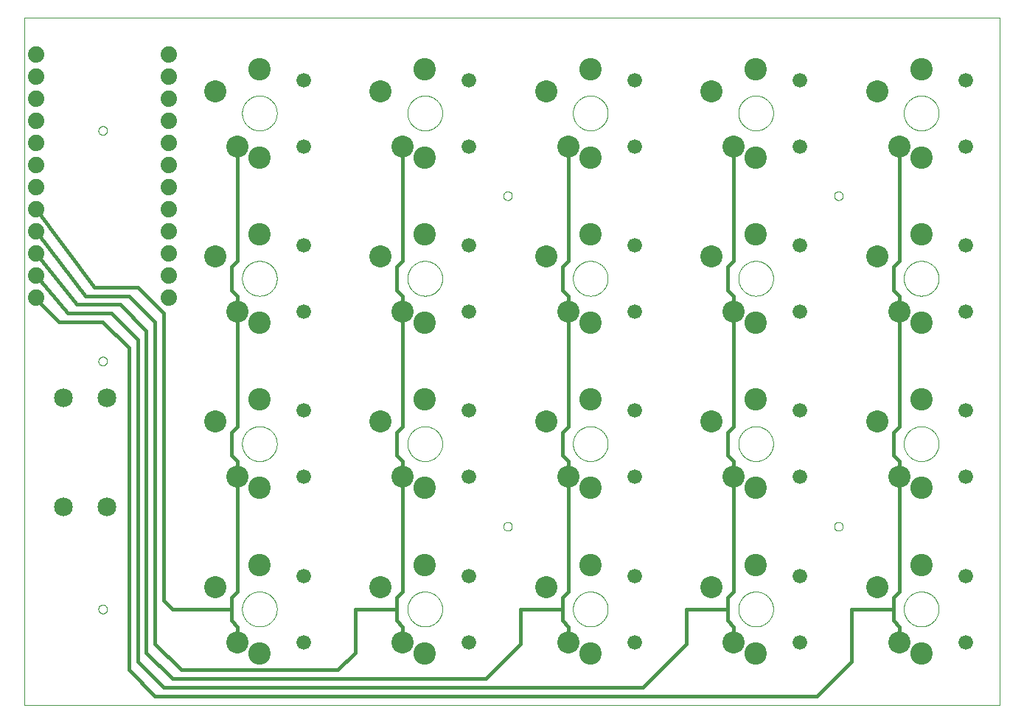
<source format=gtl>
G75*
%MOIN*%
%OFA0B0*%
%FSLAX25Y25*%
%IPPOS*%
%LPD*%
%AMOC8*
5,1,8,0,0,1.08239X$1,22.5*
%
%ADD10C,0.00000*%
%ADD11C,0.07400*%
%ADD12C,0.10000*%
%ADD13C,0.10124*%
%ADD14C,0.06600*%
%ADD15C,0.08500*%
%ADD16C,0.01600*%
D10*
X0001501Y0001000D02*
X0001501Y0312024D01*
X0442446Y0312024D01*
X0442446Y0001000D01*
X0001501Y0001000D01*
X0034965Y0044307D02*
X0034967Y0044395D01*
X0034973Y0044483D01*
X0034983Y0044571D01*
X0034997Y0044659D01*
X0035014Y0044745D01*
X0035036Y0044831D01*
X0035061Y0044915D01*
X0035091Y0044999D01*
X0035123Y0045081D01*
X0035160Y0045161D01*
X0035200Y0045240D01*
X0035244Y0045317D01*
X0035291Y0045392D01*
X0035341Y0045464D01*
X0035395Y0045535D01*
X0035451Y0045602D01*
X0035511Y0045668D01*
X0035573Y0045730D01*
X0035639Y0045790D01*
X0035706Y0045846D01*
X0035777Y0045900D01*
X0035849Y0045950D01*
X0035924Y0045997D01*
X0036001Y0046041D01*
X0036080Y0046081D01*
X0036160Y0046118D01*
X0036242Y0046150D01*
X0036326Y0046180D01*
X0036410Y0046205D01*
X0036496Y0046227D01*
X0036582Y0046244D01*
X0036670Y0046258D01*
X0036758Y0046268D01*
X0036846Y0046274D01*
X0036934Y0046276D01*
X0037022Y0046274D01*
X0037110Y0046268D01*
X0037198Y0046258D01*
X0037286Y0046244D01*
X0037372Y0046227D01*
X0037458Y0046205D01*
X0037542Y0046180D01*
X0037626Y0046150D01*
X0037708Y0046118D01*
X0037788Y0046081D01*
X0037867Y0046041D01*
X0037944Y0045997D01*
X0038019Y0045950D01*
X0038091Y0045900D01*
X0038162Y0045846D01*
X0038229Y0045790D01*
X0038295Y0045730D01*
X0038357Y0045668D01*
X0038417Y0045602D01*
X0038473Y0045535D01*
X0038527Y0045464D01*
X0038577Y0045392D01*
X0038624Y0045317D01*
X0038668Y0045240D01*
X0038708Y0045161D01*
X0038745Y0045081D01*
X0038777Y0044999D01*
X0038807Y0044915D01*
X0038832Y0044831D01*
X0038854Y0044745D01*
X0038871Y0044659D01*
X0038885Y0044571D01*
X0038895Y0044483D01*
X0038901Y0044395D01*
X0038903Y0044307D01*
X0038901Y0044219D01*
X0038895Y0044131D01*
X0038885Y0044043D01*
X0038871Y0043955D01*
X0038854Y0043869D01*
X0038832Y0043783D01*
X0038807Y0043699D01*
X0038777Y0043615D01*
X0038745Y0043533D01*
X0038708Y0043453D01*
X0038668Y0043374D01*
X0038624Y0043297D01*
X0038577Y0043222D01*
X0038527Y0043150D01*
X0038473Y0043079D01*
X0038417Y0043012D01*
X0038357Y0042946D01*
X0038295Y0042884D01*
X0038229Y0042824D01*
X0038162Y0042768D01*
X0038091Y0042714D01*
X0038019Y0042664D01*
X0037944Y0042617D01*
X0037867Y0042573D01*
X0037788Y0042533D01*
X0037708Y0042496D01*
X0037626Y0042464D01*
X0037542Y0042434D01*
X0037458Y0042409D01*
X0037372Y0042387D01*
X0037286Y0042370D01*
X0037198Y0042356D01*
X0037110Y0042346D01*
X0037022Y0042340D01*
X0036934Y0042338D01*
X0036846Y0042340D01*
X0036758Y0042346D01*
X0036670Y0042356D01*
X0036582Y0042370D01*
X0036496Y0042387D01*
X0036410Y0042409D01*
X0036326Y0042434D01*
X0036242Y0042464D01*
X0036160Y0042496D01*
X0036080Y0042533D01*
X0036001Y0042573D01*
X0035924Y0042617D01*
X0035849Y0042664D01*
X0035777Y0042714D01*
X0035706Y0042768D01*
X0035639Y0042824D01*
X0035573Y0042884D01*
X0035511Y0042946D01*
X0035451Y0043012D01*
X0035395Y0043079D01*
X0035341Y0043150D01*
X0035291Y0043222D01*
X0035244Y0043297D01*
X0035200Y0043374D01*
X0035160Y0043453D01*
X0035123Y0043533D01*
X0035091Y0043615D01*
X0035061Y0043699D01*
X0035036Y0043783D01*
X0035014Y0043869D01*
X0034997Y0043955D01*
X0034983Y0044043D01*
X0034973Y0044131D01*
X0034967Y0044219D01*
X0034965Y0044307D01*
X0099925Y0044307D02*
X0099927Y0044500D01*
X0099934Y0044693D01*
X0099946Y0044886D01*
X0099963Y0045079D01*
X0099984Y0045271D01*
X0100010Y0045463D01*
X0100041Y0045653D01*
X0100076Y0045843D01*
X0100116Y0046032D01*
X0100161Y0046220D01*
X0100210Y0046407D01*
X0100264Y0046593D01*
X0100322Y0046777D01*
X0100385Y0046960D01*
X0100453Y0047141D01*
X0100524Y0047321D01*
X0100601Y0047498D01*
X0100681Y0047674D01*
X0100766Y0047848D01*
X0100855Y0048019D01*
X0100948Y0048189D01*
X0101045Y0048356D01*
X0101147Y0048520D01*
X0101252Y0048682D01*
X0101362Y0048841D01*
X0101475Y0048998D01*
X0101592Y0049152D01*
X0101713Y0049303D01*
X0101837Y0049451D01*
X0101965Y0049596D01*
X0102097Y0049737D01*
X0102232Y0049875D01*
X0102370Y0050010D01*
X0102511Y0050142D01*
X0102656Y0050270D01*
X0102804Y0050394D01*
X0102955Y0050515D01*
X0103109Y0050632D01*
X0103266Y0050745D01*
X0103425Y0050855D01*
X0103587Y0050960D01*
X0103751Y0051062D01*
X0103918Y0051159D01*
X0104088Y0051252D01*
X0104259Y0051341D01*
X0104433Y0051426D01*
X0104609Y0051506D01*
X0104786Y0051583D01*
X0104966Y0051654D01*
X0105147Y0051722D01*
X0105330Y0051785D01*
X0105514Y0051843D01*
X0105700Y0051897D01*
X0105887Y0051946D01*
X0106075Y0051991D01*
X0106264Y0052031D01*
X0106454Y0052066D01*
X0106644Y0052097D01*
X0106836Y0052123D01*
X0107028Y0052144D01*
X0107221Y0052161D01*
X0107414Y0052173D01*
X0107607Y0052180D01*
X0107800Y0052182D01*
X0107993Y0052180D01*
X0108186Y0052173D01*
X0108379Y0052161D01*
X0108572Y0052144D01*
X0108764Y0052123D01*
X0108956Y0052097D01*
X0109146Y0052066D01*
X0109336Y0052031D01*
X0109525Y0051991D01*
X0109713Y0051946D01*
X0109900Y0051897D01*
X0110086Y0051843D01*
X0110270Y0051785D01*
X0110453Y0051722D01*
X0110634Y0051654D01*
X0110814Y0051583D01*
X0110991Y0051506D01*
X0111167Y0051426D01*
X0111341Y0051341D01*
X0111512Y0051252D01*
X0111682Y0051159D01*
X0111849Y0051062D01*
X0112013Y0050960D01*
X0112175Y0050855D01*
X0112334Y0050745D01*
X0112491Y0050632D01*
X0112645Y0050515D01*
X0112796Y0050394D01*
X0112944Y0050270D01*
X0113089Y0050142D01*
X0113230Y0050010D01*
X0113368Y0049875D01*
X0113503Y0049737D01*
X0113635Y0049596D01*
X0113763Y0049451D01*
X0113887Y0049303D01*
X0114008Y0049152D01*
X0114125Y0048998D01*
X0114238Y0048841D01*
X0114348Y0048682D01*
X0114453Y0048520D01*
X0114555Y0048356D01*
X0114652Y0048189D01*
X0114745Y0048019D01*
X0114834Y0047848D01*
X0114919Y0047674D01*
X0114999Y0047498D01*
X0115076Y0047321D01*
X0115147Y0047141D01*
X0115215Y0046960D01*
X0115278Y0046777D01*
X0115336Y0046593D01*
X0115390Y0046407D01*
X0115439Y0046220D01*
X0115484Y0046032D01*
X0115524Y0045843D01*
X0115559Y0045653D01*
X0115590Y0045463D01*
X0115616Y0045271D01*
X0115637Y0045079D01*
X0115654Y0044886D01*
X0115666Y0044693D01*
X0115673Y0044500D01*
X0115675Y0044307D01*
X0115673Y0044114D01*
X0115666Y0043921D01*
X0115654Y0043728D01*
X0115637Y0043535D01*
X0115616Y0043343D01*
X0115590Y0043151D01*
X0115559Y0042961D01*
X0115524Y0042771D01*
X0115484Y0042582D01*
X0115439Y0042394D01*
X0115390Y0042207D01*
X0115336Y0042021D01*
X0115278Y0041837D01*
X0115215Y0041654D01*
X0115147Y0041473D01*
X0115076Y0041293D01*
X0114999Y0041116D01*
X0114919Y0040940D01*
X0114834Y0040766D01*
X0114745Y0040595D01*
X0114652Y0040425D01*
X0114555Y0040258D01*
X0114453Y0040094D01*
X0114348Y0039932D01*
X0114238Y0039773D01*
X0114125Y0039616D01*
X0114008Y0039462D01*
X0113887Y0039311D01*
X0113763Y0039163D01*
X0113635Y0039018D01*
X0113503Y0038877D01*
X0113368Y0038739D01*
X0113230Y0038604D01*
X0113089Y0038472D01*
X0112944Y0038344D01*
X0112796Y0038220D01*
X0112645Y0038099D01*
X0112491Y0037982D01*
X0112334Y0037869D01*
X0112175Y0037759D01*
X0112013Y0037654D01*
X0111849Y0037552D01*
X0111682Y0037455D01*
X0111512Y0037362D01*
X0111341Y0037273D01*
X0111167Y0037188D01*
X0110991Y0037108D01*
X0110814Y0037031D01*
X0110634Y0036960D01*
X0110453Y0036892D01*
X0110270Y0036829D01*
X0110086Y0036771D01*
X0109900Y0036717D01*
X0109713Y0036668D01*
X0109525Y0036623D01*
X0109336Y0036583D01*
X0109146Y0036548D01*
X0108956Y0036517D01*
X0108764Y0036491D01*
X0108572Y0036470D01*
X0108379Y0036453D01*
X0108186Y0036441D01*
X0107993Y0036434D01*
X0107800Y0036432D01*
X0107607Y0036434D01*
X0107414Y0036441D01*
X0107221Y0036453D01*
X0107028Y0036470D01*
X0106836Y0036491D01*
X0106644Y0036517D01*
X0106454Y0036548D01*
X0106264Y0036583D01*
X0106075Y0036623D01*
X0105887Y0036668D01*
X0105700Y0036717D01*
X0105514Y0036771D01*
X0105330Y0036829D01*
X0105147Y0036892D01*
X0104966Y0036960D01*
X0104786Y0037031D01*
X0104609Y0037108D01*
X0104433Y0037188D01*
X0104259Y0037273D01*
X0104088Y0037362D01*
X0103918Y0037455D01*
X0103751Y0037552D01*
X0103587Y0037654D01*
X0103425Y0037759D01*
X0103266Y0037869D01*
X0103109Y0037982D01*
X0102955Y0038099D01*
X0102804Y0038220D01*
X0102656Y0038344D01*
X0102511Y0038472D01*
X0102370Y0038604D01*
X0102232Y0038739D01*
X0102097Y0038877D01*
X0101965Y0039018D01*
X0101837Y0039163D01*
X0101713Y0039311D01*
X0101592Y0039462D01*
X0101475Y0039616D01*
X0101362Y0039773D01*
X0101252Y0039932D01*
X0101147Y0040094D01*
X0101045Y0040258D01*
X0100948Y0040425D01*
X0100855Y0040595D01*
X0100766Y0040766D01*
X0100681Y0040940D01*
X0100601Y0041116D01*
X0100524Y0041293D01*
X0100453Y0041473D01*
X0100385Y0041654D01*
X0100322Y0041837D01*
X0100264Y0042021D01*
X0100210Y0042207D01*
X0100161Y0042394D01*
X0100116Y0042582D01*
X0100076Y0042771D01*
X0100041Y0042961D01*
X0100010Y0043151D01*
X0099984Y0043343D01*
X0099963Y0043535D01*
X0099946Y0043728D01*
X0099934Y0043921D01*
X0099927Y0044114D01*
X0099925Y0044307D01*
X0174728Y0044307D02*
X0174730Y0044500D01*
X0174737Y0044693D01*
X0174749Y0044886D01*
X0174766Y0045079D01*
X0174787Y0045271D01*
X0174813Y0045463D01*
X0174844Y0045653D01*
X0174879Y0045843D01*
X0174919Y0046032D01*
X0174964Y0046220D01*
X0175013Y0046407D01*
X0175067Y0046593D01*
X0175125Y0046777D01*
X0175188Y0046960D01*
X0175256Y0047141D01*
X0175327Y0047321D01*
X0175404Y0047498D01*
X0175484Y0047674D01*
X0175569Y0047848D01*
X0175658Y0048019D01*
X0175751Y0048189D01*
X0175848Y0048356D01*
X0175950Y0048520D01*
X0176055Y0048682D01*
X0176165Y0048841D01*
X0176278Y0048998D01*
X0176395Y0049152D01*
X0176516Y0049303D01*
X0176640Y0049451D01*
X0176768Y0049596D01*
X0176900Y0049737D01*
X0177035Y0049875D01*
X0177173Y0050010D01*
X0177314Y0050142D01*
X0177459Y0050270D01*
X0177607Y0050394D01*
X0177758Y0050515D01*
X0177912Y0050632D01*
X0178069Y0050745D01*
X0178228Y0050855D01*
X0178390Y0050960D01*
X0178554Y0051062D01*
X0178721Y0051159D01*
X0178891Y0051252D01*
X0179062Y0051341D01*
X0179236Y0051426D01*
X0179412Y0051506D01*
X0179589Y0051583D01*
X0179769Y0051654D01*
X0179950Y0051722D01*
X0180133Y0051785D01*
X0180317Y0051843D01*
X0180503Y0051897D01*
X0180690Y0051946D01*
X0180878Y0051991D01*
X0181067Y0052031D01*
X0181257Y0052066D01*
X0181447Y0052097D01*
X0181639Y0052123D01*
X0181831Y0052144D01*
X0182024Y0052161D01*
X0182217Y0052173D01*
X0182410Y0052180D01*
X0182603Y0052182D01*
X0182796Y0052180D01*
X0182989Y0052173D01*
X0183182Y0052161D01*
X0183375Y0052144D01*
X0183567Y0052123D01*
X0183759Y0052097D01*
X0183949Y0052066D01*
X0184139Y0052031D01*
X0184328Y0051991D01*
X0184516Y0051946D01*
X0184703Y0051897D01*
X0184889Y0051843D01*
X0185073Y0051785D01*
X0185256Y0051722D01*
X0185437Y0051654D01*
X0185617Y0051583D01*
X0185794Y0051506D01*
X0185970Y0051426D01*
X0186144Y0051341D01*
X0186315Y0051252D01*
X0186485Y0051159D01*
X0186652Y0051062D01*
X0186816Y0050960D01*
X0186978Y0050855D01*
X0187137Y0050745D01*
X0187294Y0050632D01*
X0187448Y0050515D01*
X0187599Y0050394D01*
X0187747Y0050270D01*
X0187892Y0050142D01*
X0188033Y0050010D01*
X0188171Y0049875D01*
X0188306Y0049737D01*
X0188438Y0049596D01*
X0188566Y0049451D01*
X0188690Y0049303D01*
X0188811Y0049152D01*
X0188928Y0048998D01*
X0189041Y0048841D01*
X0189151Y0048682D01*
X0189256Y0048520D01*
X0189358Y0048356D01*
X0189455Y0048189D01*
X0189548Y0048019D01*
X0189637Y0047848D01*
X0189722Y0047674D01*
X0189802Y0047498D01*
X0189879Y0047321D01*
X0189950Y0047141D01*
X0190018Y0046960D01*
X0190081Y0046777D01*
X0190139Y0046593D01*
X0190193Y0046407D01*
X0190242Y0046220D01*
X0190287Y0046032D01*
X0190327Y0045843D01*
X0190362Y0045653D01*
X0190393Y0045463D01*
X0190419Y0045271D01*
X0190440Y0045079D01*
X0190457Y0044886D01*
X0190469Y0044693D01*
X0190476Y0044500D01*
X0190478Y0044307D01*
X0190476Y0044114D01*
X0190469Y0043921D01*
X0190457Y0043728D01*
X0190440Y0043535D01*
X0190419Y0043343D01*
X0190393Y0043151D01*
X0190362Y0042961D01*
X0190327Y0042771D01*
X0190287Y0042582D01*
X0190242Y0042394D01*
X0190193Y0042207D01*
X0190139Y0042021D01*
X0190081Y0041837D01*
X0190018Y0041654D01*
X0189950Y0041473D01*
X0189879Y0041293D01*
X0189802Y0041116D01*
X0189722Y0040940D01*
X0189637Y0040766D01*
X0189548Y0040595D01*
X0189455Y0040425D01*
X0189358Y0040258D01*
X0189256Y0040094D01*
X0189151Y0039932D01*
X0189041Y0039773D01*
X0188928Y0039616D01*
X0188811Y0039462D01*
X0188690Y0039311D01*
X0188566Y0039163D01*
X0188438Y0039018D01*
X0188306Y0038877D01*
X0188171Y0038739D01*
X0188033Y0038604D01*
X0187892Y0038472D01*
X0187747Y0038344D01*
X0187599Y0038220D01*
X0187448Y0038099D01*
X0187294Y0037982D01*
X0187137Y0037869D01*
X0186978Y0037759D01*
X0186816Y0037654D01*
X0186652Y0037552D01*
X0186485Y0037455D01*
X0186315Y0037362D01*
X0186144Y0037273D01*
X0185970Y0037188D01*
X0185794Y0037108D01*
X0185617Y0037031D01*
X0185437Y0036960D01*
X0185256Y0036892D01*
X0185073Y0036829D01*
X0184889Y0036771D01*
X0184703Y0036717D01*
X0184516Y0036668D01*
X0184328Y0036623D01*
X0184139Y0036583D01*
X0183949Y0036548D01*
X0183759Y0036517D01*
X0183567Y0036491D01*
X0183375Y0036470D01*
X0183182Y0036453D01*
X0182989Y0036441D01*
X0182796Y0036434D01*
X0182603Y0036432D01*
X0182410Y0036434D01*
X0182217Y0036441D01*
X0182024Y0036453D01*
X0181831Y0036470D01*
X0181639Y0036491D01*
X0181447Y0036517D01*
X0181257Y0036548D01*
X0181067Y0036583D01*
X0180878Y0036623D01*
X0180690Y0036668D01*
X0180503Y0036717D01*
X0180317Y0036771D01*
X0180133Y0036829D01*
X0179950Y0036892D01*
X0179769Y0036960D01*
X0179589Y0037031D01*
X0179412Y0037108D01*
X0179236Y0037188D01*
X0179062Y0037273D01*
X0178891Y0037362D01*
X0178721Y0037455D01*
X0178554Y0037552D01*
X0178390Y0037654D01*
X0178228Y0037759D01*
X0178069Y0037869D01*
X0177912Y0037982D01*
X0177758Y0038099D01*
X0177607Y0038220D01*
X0177459Y0038344D01*
X0177314Y0038472D01*
X0177173Y0038604D01*
X0177035Y0038739D01*
X0176900Y0038877D01*
X0176768Y0039018D01*
X0176640Y0039163D01*
X0176516Y0039311D01*
X0176395Y0039462D01*
X0176278Y0039616D01*
X0176165Y0039773D01*
X0176055Y0039932D01*
X0175950Y0040094D01*
X0175848Y0040258D01*
X0175751Y0040425D01*
X0175658Y0040595D01*
X0175569Y0040766D01*
X0175484Y0040940D01*
X0175404Y0041116D01*
X0175327Y0041293D01*
X0175256Y0041473D01*
X0175188Y0041654D01*
X0175125Y0041837D01*
X0175067Y0042021D01*
X0175013Y0042207D01*
X0174964Y0042394D01*
X0174919Y0042582D01*
X0174879Y0042771D01*
X0174844Y0042961D01*
X0174813Y0043151D01*
X0174787Y0043343D01*
X0174766Y0043535D01*
X0174749Y0043728D01*
X0174737Y0043921D01*
X0174730Y0044114D01*
X0174728Y0044307D01*
X0218036Y0081709D02*
X0218038Y0081797D01*
X0218044Y0081885D01*
X0218054Y0081973D01*
X0218068Y0082061D01*
X0218085Y0082147D01*
X0218107Y0082233D01*
X0218132Y0082317D01*
X0218162Y0082401D01*
X0218194Y0082483D01*
X0218231Y0082563D01*
X0218271Y0082642D01*
X0218315Y0082719D01*
X0218362Y0082794D01*
X0218412Y0082866D01*
X0218466Y0082937D01*
X0218522Y0083004D01*
X0218582Y0083070D01*
X0218644Y0083132D01*
X0218710Y0083192D01*
X0218777Y0083248D01*
X0218848Y0083302D01*
X0218920Y0083352D01*
X0218995Y0083399D01*
X0219072Y0083443D01*
X0219151Y0083483D01*
X0219231Y0083520D01*
X0219313Y0083552D01*
X0219397Y0083582D01*
X0219481Y0083607D01*
X0219567Y0083629D01*
X0219653Y0083646D01*
X0219741Y0083660D01*
X0219829Y0083670D01*
X0219917Y0083676D01*
X0220005Y0083678D01*
X0220093Y0083676D01*
X0220181Y0083670D01*
X0220269Y0083660D01*
X0220357Y0083646D01*
X0220443Y0083629D01*
X0220529Y0083607D01*
X0220613Y0083582D01*
X0220697Y0083552D01*
X0220779Y0083520D01*
X0220859Y0083483D01*
X0220938Y0083443D01*
X0221015Y0083399D01*
X0221090Y0083352D01*
X0221162Y0083302D01*
X0221233Y0083248D01*
X0221300Y0083192D01*
X0221366Y0083132D01*
X0221428Y0083070D01*
X0221488Y0083004D01*
X0221544Y0082937D01*
X0221598Y0082866D01*
X0221648Y0082794D01*
X0221695Y0082719D01*
X0221739Y0082642D01*
X0221779Y0082563D01*
X0221816Y0082483D01*
X0221848Y0082401D01*
X0221878Y0082317D01*
X0221903Y0082233D01*
X0221925Y0082147D01*
X0221942Y0082061D01*
X0221956Y0081973D01*
X0221966Y0081885D01*
X0221972Y0081797D01*
X0221974Y0081709D01*
X0221972Y0081621D01*
X0221966Y0081533D01*
X0221956Y0081445D01*
X0221942Y0081357D01*
X0221925Y0081271D01*
X0221903Y0081185D01*
X0221878Y0081101D01*
X0221848Y0081017D01*
X0221816Y0080935D01*
X0221779Y0080855D01*
X0221739Y0080776D01*
X0221695Y0080699D01*
X0221648Y0080624D01*
X0221598Y0080552D01*
X0221544Y0080481D01*
X0221488Y0080414D01*
X0221428Y0080348D01*
X0221366Y0080286D01*
X0221300Y0080226D01*
X0221233Y0080170D01*
X0221162Y0080116D01*
X0221090Y0080066D01*
X0221015Y0080019D01*
X0220938Y0079975D01*
X0220859Y0079935D01*
X0220779Y0079898D01*
X0220697Y0079866D01*
X0220613Y0079836D01*
X0220529Y0079811D01*
X0220443Y0079789D01*
X0220357Y0079772D01*
X0220269Y0079758D01*
X0220181Y0079748D01*
X0220093Y0079742D01*
X0220005Y0079740D01*
X0219917Y0079742D01*
X0219829Y0079748D01*
X0219741Y0079758D01*
X0219653Y0079772D01*
X0219567Y0079789D01*
X0219481Y0079811D01*
X0219397Y0079836D01*
X0219313Y0079866D01*
X0219231Y0079898D01*
X0219151Y0079935D01*
X0219072Y0079975D01*
X0218995Y0080019D01*
X0218920Y0080066D01*
X0218848Y0080116D01*
X0218777Y0080170D01*
X0218710Y0080226D01*
X0218644Y0080286D01*
X0218582Y0080348D01*
X0218522Y0080414D01*
X0218466Y0080481D01*
X0218412Y0080552D01*
X0218362Y0080624D01*
X0218315Y0080699D01*
X0218271Y0080776D01*
X0218231Y0080855D01*
X0218194Y0080935D01*
X0218162Y0081017D01*
X0218132Y0081101D01*
X0218107Y0081185D01*
X0218085Y0081271D01*
X0218068Y0081357D01*
X0218054Y0081445D01*
X0218044Y0081533D01*
X0218038Y0081621D01*
X0218036Y0081709D01*
X0174728Y0119110D02*
X0174730Y0119303D01*
X0174737Y0119496D01*
X0174749Y0119689D01*
X0174766Y0119882D01*
X0174787Y0120074D01*
X0174813Y0120266D01*
X0174844Y0120456D01*
X0174879Y0120646D01*
X0174919Y0120835D01*
X0174964Y0121023D01*
X0175013Y0121210D01*
X0175067Y0121396D01*
X0175125Y0121580D01*
X0175188Y0121763D01*
X0175256Y0121944D01*
X0175327Y0122124D01*
X0175404Y0122301D01*
X0175484Y0122477D01*
X0175569Y0122651D01*
X0175658Y0122822D01*
X0175751Y0122992D01*
X0175848Y0123159D01*
X0175950Y0123323D01*
X0176055Y0123485D01*
X0176165Y0123644D01*
X0176278Y0123801D01*
X0176395Y0123955D01*
X0176516Y0124106D01*
X0176640Y0124254D01*
X0176768Y0124399D01*
X0176900Y0124540D01*
X0177035Y0124678D01*
X0177173Y0124813D01*
X0177314Y0124945D01*
X0177459Y0125073D01*
X0177607Y0125197D01*
X0177758Y0125318D01*
X0177912Y0125435D01*
X0178069Y0125548D01*
X0178228Y0125658D01*
X0178390Y0125763D01*
X0178554Y0125865D01*
X0178721Y0125962D01*
X0178891Y0126055D01*
X0179062Y0126144D01*
X0179236Y0126229D01*
X0179412Y0126309D01*
X0179589Y0126386D01*
X0179769Y0126457D01*
X0179950Y0126525D01*
X0180133Y0126588D01*
X0180317Y0126646D01*
X0180503Y0126700D01*
X0180690Y0126749D01*
X0180878Y0126794D01*
X0181067Y0126834D01*
X0181257Y0126869D01*
X0181447Y0126900D01*
X0181639Y0126926D01*
X0181831Y0126947D01*
X0182024Y0126964D01*
X0182217Y0126976D01*
X0182410Y0126983D01*
X0182603Y0126985D01*
X0182796Y0126983D01*
X0182989Y0126976D01*
X0183182Y0126964D01*
X0183375Y0126947D01*
X0183567Y0126926D01*
X0183759Y0126900D01*
X0183949Y0126869D01*
X0184139Y0126834D01*
X0184328Y0126794D01*
X0184516Y0126749D01*
X0184703Y0126700D01*
X0184889Y0126646D01*
X0185073Y0126588D01*
X0185256Y0126525D01*
X0185437Y0126457D01*
X0185617Y0126386D01*
X0185794Y0126309D01*
X0185970Y0126229D01*
X0186144Y0126144D01*
X0186315Y0126055D01*
X0186485Y0125962D01*
X0186652Y0125865D01*
X0186816Y0125763D01*
X0186978Y0125658D01*
X0187137Y0125548D01*
X0187294Y0125435D01*
X0187448Y0125318D01*
X0187599Y0125197D01*
X0187747Y0125073D01*
X0187892Y0124945D01*
X0188033Y0124813D01*
X0188171Y0124678D01*
X0188306Y0124540D01*
X0188438Y0124399D01*
X0188566Y0124254D01*
X0188690Y0124106D01*
X0188811Y0123955D01*
X0188928Y0123801D01*
X0189041Y0123644D01*
X0189151Y0123485D01*
X0189256Y0123323D01*
X0189358Y0123159D01*
X0189455Y0122992D01*
X0189548Y0122822D01*
X0189637Y0122651D01*
X0189722Y0122477D01*
X0189802Y0122301D01*
X0189879Y0122124D01*
X0189950Y0121944D01*
X0190018Y0121763D01*
X0190081Y0121580D01*
X0190139Y0121396D01*
X0190193Y0121210D01*
X0190242Y0121023D01*
X0190287Y0120835D01*
X0190327Y0120646D01*
X0190362Y0120456D01*
X0190393Y0120266D01*
X0190419Y0120074D01*
X0190440Y0119882D01*
X0190457Y0119689D01*
X0190469Y0119496D01*
X0190476Y0119303D01*
X0190478Y0119110D01*
X0190476Y0118917D01*
X0190469Y0118724D01*
X0190457Y0118531D01*
X0190440Y0118338D01*
X0190419Y0118146D01*
X0190393Y0117954D01*
X0190362Y0117764D01*
X0190327Y0117574D01*
X0190287Y0117385D01*
X0190242Y0117197D01*
X0190193Y0117010D01*
X0190139Y0116824D01*
X0190081Y0116640D01*
X0190018Y0116457D01*
X0189950Y0116276D01*
X0189879Y0116096D01*
X0189802Y0115919D01*
X0189722Y0115743D01*
X0189637Y0115569D01*
X0189548Y0115398D01*
X0189455Y0115228D01*
X0189358Y0115061D01*
X0189256Y0114897D01*
X0189151Y0114735D01*
X0189041Y0114576D01*
X0188928Y0114419D01*
X0188811Y0114265D01*
X0188690Y0114114D01*
X0188566Y0113966D01*
X0188438Y0113821D01*
X0188306Y0113680D01*
X0188171Y0113542D01*
X0188033Y0113407D01*
X0187892Y0113275D01*
X0187747Y0113147D01*
X0187599Y0113023D01*
X0187448Y0112902D01*
X0187294Y0112785D01*
X0187137Y0112672D01*
X0186978Y0112562D01*
X0186816Y0112457D01*
X0186652Y0112355D01*
X0186485Y0112258D01*
X0186315Y0112165D01*
X0186144Y0112076D01*
X0185970Y0111991D01*
X0185794Y0111911D01*
X0185617Y0111834D01*
X0185437Y0111763D01*
X0185256Y0111695D01*
X0185073Y0111632D01*
X0184889Y0111574D01*
X0184703Y0111520D01*
X0184516Y0111471D01*
X0184328Y0111426D01*
X0184139Y0111386D01*
X0183949Y0111351D01*
X0183759Y0111320D01*
X0183567Y0111294D01*
X0183375Y0111273D01*
X0183182Y0111256D01*
X0182989Y0111244D01*
X0182796Y0111237D01*
X0182603Y0111235D01*
X0182410Y0111237D01*
X0182217Y0111244D01*
X0182024Y0111256D01*
X0181831Y0111273D01*
X0181639Y0111294D01*
X0181447Y0111320D01*
X0181257Y0111351D01*
X0181067Y0111386D01*
X0180878Y0111426D01*
X0180690Y0111471D01*
X0180503Y0111520D01*
X0180317Y0111574D01*
X0180133Y0111632D01*
X0179950Y0111695D01*
X0179769Y0111763D01*
X0179589Y0111834D01*
X0179412Y0111911D01*
X0179236Y0111991D01*
X0179062Y0112076D01*
X0178891Y0112165D01*
X0178721Y0112258D01*
X0178554Y0112355D01*
X0178390Y0112457D01*
X0178228Y0112562D01*
X0178069Y0112672D01*
X0177912Y0112785D01*
X0177758Y0112902D01*
X0177607Y0113023D01*
X0177459Y0113147D01*
X0177314Y0113275D01*
X0177173Y0113407D01*
X0177035Y0113542D01*
X0176900Y0113680D01*
X0176768Y0113821D01*
X0176640Y0113966D01*
X0176516Y0114114D01*
X0176395Y0114265D01*
X0176278Y0114419D01*
X0176165Y0114576D01*
X0176055Y0114735D01*
X0175950Y0114897D01*
X0175848Y0115061D01*
X0175751Y0115228D01*
X0175658Y0115398D01*
X0175569Y0115569D01*
X0175484Y0115743D01*
X0175404Y0115919D01*
X0175327Y0116096D01*
X0175256Y0116276D01*
X0175188Y0116457D01*
X0175125Y0116640D01*
X0175067Y0116824D01*
X0175013Y0117010D01*
X0174964Y0117197D01*
X0174919Y0117385D01*
X0174879Y0117574D01*
X0174844Y0117764D01*
X0174813Y0117954D01*
X0174787Y0118146D01*
X0174766Y0118338D01*
X0174749Y0118531D01*
X0174737Y0118724D01*
X0174730Y0118917D01*
X0174728Y0119110D01*
X0099925Y0119110D02*
X0099927Y0119303D01*
X0099934Y0119496D01*
X0099946Y0119689D01*
X0099963Y0119882D01*
X0099984Y0120074D01*
X0100010Y0120266D01*
X0100041Y0120456D01*
X0100076Y0120646D01*
X0100116Y0120835D01*
X0100161Y0121023D01*
X0100210Y0121210D01*
X0100264Y0121396D01*
X0100322Y0121580D01*
X0100385Y0121763D01*
X0100453Y0121944D01*
X0100524Y0122124D01*
X0100601Y0122301D01*
X0100681Y0122477D01*
X0100766Y0122651D01*
X0100855Y0122822D01*
X0100948Y0122992D01*
X0101045Y0123159D01*
X0101147Y0123323D01*
X0101252Y0123485D01*
X0101362Y0123644D01*
X0101475Y0123801D01*
X0101592Y0123955D01*
X0101713Y0124106D01*
X0101837Y0124254D01*
X0101965Y0124399D01*
X0102097Y0124540D01*
X0102232Y0124678D01*
X0102370Y0124813D01*
X0102511Y0124945D01*
X0102656Y0125073D01*
X0102804Y0125197D01*
X0102955Y0125318D01*
X0103109Y0125435D01*
X0103266Y0125548D01*
X0103425Y0125658D01*
X0103587Y0125763D01*
X0103751Y0125865D01*
X0103918Y0125962D01*
X0104088Y0126055D01*
X0104259Y0126144D01*
X0104433Y0126229D01*
X0104609Y0126309D01*
X0104786Y0126386D01*
X0104966Y0126457D01*
X0105147Y0126525D01*
X0105330Y0126588D01*
X0105514Y0126646D01*
X0105700Y0126700D01*
X0105887Y0126749D01*
X0106075Y0126794D01*
X0106264Y0126834D01*
X0106454Y0126869D01*
X0106644Y0126900D01*
X0106836Y0126926D01*
X0107028Y0126947D01*
X0107221Y0126964D01*
X0107414Y0126976D01*
X0107607Y0126983D01*
X0107800Y0126985D01*
X0107993Y0126983D01*
X0108186Y0126976D01*
X0108379Y0126964D01*
X0108572Y0126947D01*
X0108764Y0126926D01*
X0108956Y0126900D01*
X0109146Y0126869D01*
X0109336Y0126834D01*
X0109525Y0126794D01*
X0109713Y0126749D01*
X0109900Y0126700D01*
X0110086Y0126646D01*
X0110270Y0126588D01*
X0110453Y0126525D01*
X0110634Y0126457D01*
X0110814Y0126386D01*
X0110991Y0126309D01*
X0111167Y0126229D01*
X0111341Y0126144D01*
X0111512Y0126055D01*
X0111682Y0125962D01*
X0111849Y0125865D01*
X0112013Y0125763D01*
X0112175Y0125658D01*
X0112334Y0125548D01*
X0112491Y0125435D01*
X0112645Y0125318D01*
X0112796Y0125197D01*
X0112944Y0125073D01*
X0113089Y0124945D01*
X0113230Y0124813D01*
X0113368Y0124678D01*
X0113503Y0124540D01*
X0113635Y0124399D01*
X0113763Y0124254D01*
X0113887Y0124106D01*
X0114008Y0123955D01*
X0114125Y0123801D01*
X0114238Y0123644D01*
X0114348Y0123485D01*
X0114453Y0123323D01*
X0114555Y0123159D01*
X0114652Y0122992D01*
X0114745Y0122822D01*
X0114834Y0122651D01*
X0114919Y0122477D01*
X0114999Y0122301D01*
X0115076Y0122124D01*
X0115147Y0121944D01*
X0115215Y0121763D01*
X0115278Y0121580D01*
X0115336Y0121396D01*
X0115390Y0121210D01*
X0115439Y0121023D01*
X0115484Y0120835D01*
X0115524Y0120646D01*
X0115559Y0120456D01*
X0115590Y0120266D01*
X0115616Y0120074D01*
X0115637Y0119882D01*
X0115654Y0119689D01*
X0115666Y0119496D01*
X0115673Y0119303D01*
X0115675Y0119110D01*
X0115673Y0118917D01*
X0115666Y0118724D01*
X0115654Y0118531D01*
X0115637Y0118338D01*
X0115616Y0118146D01*
X0115590Y0117954D01*
X0115559Y0117764D01*
X0115524Y0117574D01*
X0115484Y0117385D01*
X0115439Y0117197D01*
X0115390Y0117010D01*
X0115336Y0116824D01*
X0115278Y0116640D01*
X0115215Y0116457D01*
X0115147Y0116276D01*
X0115076Y0116096D01*
X0114999Y0115919D01*
X0114919Y0115743D01*
X0114834Y0115569D01*
X0114745Y0115398D01*
X0114652Y0115228D01*
X0114555Y0115061D01*
X0114453Y0114897D01*
X0114348Y0114735D01*
X0114238Y0114576D01*
X0114125Y0114419D01*
X0114008Y0114265D01*
X0113887Y0114114D01*
X0113763Y0113966D01*
X0113635Y0113821D01*
X0113503Y0113680D01*
X0113368Y0113542D01*
X0113230Y0113407D01*
X0113089Y0113275D01*
X0112944Y0113147D01*
X0112796Y0113023D01*
X0112645Y0112902D01*
X0112491Y0112785D01*
X0112334Y0112672D01*
X0112175Y0112562D01*
X0112013Y0112457D01*
X0111849Y0112355D01*
X0111682Y0112258D01*
X0111512Y0112165D01*
X0111341Y0112076D01*
X0111167Y0111991D01*
X0110991Y0111911D01*
X0110814Y0111834D01*
X0110634Y0111763D01*
X0110453Y0111695D01*
X0110270Y0111632D01*
X0110086Y0111574D01*
X0109900Y0111520D01*
X0109713Y0111471D01*
X0109525Y0111426D01*
X0109336Y0111386D01*
X0109146Y0111351D01*
X0108956Y0111320D01*
X0108764Y0111294D01*
X0108572Y0111273D01*
X0108379Y0111256D01*
X0108186Y0111244D01*
X0107993Y0111237D01*
X0107800Y0111235D01*
X0107607Y0111237D01*
X0107414Y0111244D01*
X0107221Y0111256D01*
X0107028Y0111273D01*
X0106836Y0111294D01*
X0106644Y0111320D01*
X0106454Y0111351D01*
X0106264Y0111386D01*
X0106075Y0111426D01*
X0105887Y0111471D01*
X0105700Y0111520D01*
X0105514Y0111574D01*
X0105330Y0111632D01*
X0105147Y0111695D01*
X0104966Y0111763D01*
X0104786Y0111834D01*
X0104609Y0111911D01*
X0104433Y0111991D01*
X0104259Y0112076D01*
X0104088Y0112165D01*
X0103918Y0112258D01*
X0103751Y0112355D01*
X0103587Y0112457D01*
X0103425Y0112562D01*
X0103266Y0112672D01*
X0103109Y0112785D01*
X0102955Y0112902D01*
X0102804Y0113023D01*
X0102656Y0113147D01*
X0102511Y0113275D01*
X0102370Y0113407D01*
X0102232Y0113542D01*
X0102097Y0113680D01*
X0101965Y0113821D01*
X0101837Y0113966D01*
X0101713Y0114114D01*
X0101592Y0114265D01*
X0101475Y0114419D01*
X0101362Y0114576D01*
X0101252Y0114735D01*
X0101147Y0114897D01*
X0101045Y0115061D01*
X0100948Y0115228D01*
X0100855Y0115398D01*
X0100766Y0115569D01*
X0100681Y0115743D01*
X0100601Y0115919D01*
X0100524Y0116096D01*
X0100453Y0116276D01*
X0100385Y0116457D01*
X0100322Y0116640D01*
X0100264Y0116824D01*
X0100210Y0117010D01*
X0100161Y0117197D01*
X0100116Y0117385D01*
X0100076Y0117574D01*
X0100041Y0117764D01*
X0100010Y0117954D01*
X0099984Y0118146D01*
X0099963Y0118338D01*
X0099946Y0118531D01*
X0099934Y0118724D01*
X0099927Y0118917D01*
X0099925Y0119110D01*
X0034965Y0156512D02*
X0034967Y0156600D01*
X0034973Y0156688D01*
X0034983Y0156776D01*
X0034997Y0156864D01*
X0035014Y0156950D01*
X0035036Y0157036D01*
X0035061Y0157120D01*
X0035091Y0157204D01*
X0035123Y0157286D01*
X0035160Y0157366D01*
X0035200Y0157445D01*
X0035244Y0157522D01*
X0035291Y0157597D01*
X0035341Y0157669D01*
X0035395Y0157740D01*
X0035451Y0157807D01*
X0035511Y0157873D01*
X0035573Y0157935D01*
X0035639Y0157995D01*
X0035706Y0158051D01*
X0035777Y0158105D01*
X0035849Y0158155D01*
X0035924Y0158202D01*
X0036001Y0158246D01*
X0036080Y0158286D01*
X0036160Y0158323D01*
X0036242Y0158355D01*
X0036326Y0158385D01*
X0036410Y0158410D01*
X0036496Y0158432D01*
X0036582Y0158449D01*
X0036670Y0158463D01*
X0036758Y0158473D01*
X0036846Y0158479D01*
X0036934Y0158481D01*
X0037022Y0158479D01*
X0037110Y0158473D01*
X0037198Y0158463D01*
X0037286Y0158449D01*
X0037372Y0158432D01*
X0037458Y0158410D01*
X0037542Y0158385D01*
X0037626Y0158355D01*
X0037708Y0158323D01*
X0037788Y0158286D01*
X0037867Y0158246D01*
X0037944Y0158202D01*
X0038019Y0158155D01*
X0038091Y0158105D01*
X0038162Y0158051D01*
X0038229Y0157995D01*
X0038295Y0157935D01*
X0038357Y0157873D01*
X0038417Y0157807D01*
X0038473Y0157740D01*
X0038527Y0157669D01*
X0038577Y0157597D01*
X0038624Y0157522D01*
X0038668Y0157445D01*
X0038708Y0157366D01*
X0038745Y0157286D01*
X0038777Y0157204D01*
X0038807Y0157120D01*
X0038832Y0157036D01*
X0038854Y0156950D01*
X0038871Y0156864D01*
X0038885Y0156776D01*
X0038895Y0156688D01*
X0038901Y0156600D01*
X0038903Y0156512D01*
X0038901Y0156424D01*
X0038895Y0156336D01*
X0038885Y0156248D01*
X0038871Y0156160D01*
X0038854Y0156074D01*
X0038832Y0155988D01*
X0038807Y0155904D01*
X0038777Y0155820D01*
X0038745Y0155738D01*
X0038708Y0155658D01*
X0038668Y0155579D01*
X0038624Y0155502D01*
X0038577Y0155427D01*
X0038527Y0155355D01*
X0038473Y0155284D01*
X0038417Y0155217D01*
X0038357Y0155151D01*
X0038295Y0155089D01*
X0038229Y0155029D01*
X0038162Y0154973D01*
X0038091Y0154919D01*
X0038019Y0154869D01*
X0037944Y0154822D01*
X0037867Y0154778D01*
X0037788Y0154738D01*
X0037708Y0154701D01*
X0037626Y0154669D01*
X0037542Y0154639D01*
X0037458Y0154614D01*
X0037372Y0154592D01*
X0037286Y0154575D01*
X0037198Y0154561D01*
X0037110Y0154551D01*
X0037022Y0154545D01*
X0036934Y0154543D01*
X0036846Y0154545D01*
X0036758Y0154551D01*
X0036670Y0154561D01*
X0036582Y0154575D01*
X0036496Y0154592D01*
X0036410Y0154614D01*
X0036326Y0154639D01*
X0036242Y0154669D01*
X0036160Y0154701D01*
X0036080Y0154738D01*
X0036001Y0154778D01*
X0035924Y0154822D01*
X0035849Y0154869D01*
X0035777Y0154919D01*
X0035706Y0154973D01*
X0035639Y0155029D01*
X0035573Y0155089D01*
X0035511Y0155151D01*
X0035451Y0155217D01*
X0035395Y0155284D01*
X0035341Y0155355D01*
X0035291Y0155427D01*
X0035244Y0155502D01*
X0035200Y0155579D01*
X0035160Y0155658D01*
X0035123Y0155738D01*
X0035091Y0155820D01*
X0035061Y0155904D01*
X0035036Y0155988D01*
X0035014Y0156074D01*
X0034997Y0156160D01*
X0034983Y0156248D01*
X0034973Y0156336D01*
X0034967Y0156424D01*
X0034965Y0156512D01*
X0099925Y0193913D02*
X0099927Y0194106D01*
X0099934Y0194299D01*
X0099946Y0194492D01*
X0099963Y0194685D01*
X0099984Y0194877D01*
X0100010Y0195069D01*
X0100041Y0195259D01*
X0100076Y0195449D01*
X0100116Y0195638D01*
X0100161Y0195826D01*
X0100210Y0196013D01*
X0100264Y0196199D01*
X0100322Y0196383D01*
X0100385Y0196566D01*
X0100453Y0196747D01*
X0100524Y0196927D01*
X0100601Y0197104D01*
X0100681Y0197280D01*
X0100766Y0197454D01*
X0100855Y0197625D01*
X0100948Y0197795D01*
X0101045Y0197962D01*
X0101147Y0198126D01*
X0101252Y0198288D01*
X0101362Y0198447D01*
X0101475Y0198604D01*
X0101592Y0198758D01*
X0101713Y0198909D01*
X0101837Y0199057D01*
X0101965Y0199202D01*
X0102097Y0199343D01*
X0102232Y0199481D01*
X0102370Y0199616D01*
X0102511Y0199748D01*
X0102656Y0199876D01*
X0102804Y0200000D01*
X0102955Y0200121D01*
X0103109Y0200238D01*
X0103266Y0200351D01*
X0103425Y0200461D01*
X0103587Y0200566D01*
X0103751Y0200668D01*
X0103918Y0200765D01*
X0104088Y0200858D01*
X0104259Y0200947D01*
X0104433Y0201032D01*
X0104609Y0201112D01*
X0104786Y0201189D01*
X0104966Y0201260D01*
X0105147Y0201328D01*
X0105330Y0201391D01*
X0105514Y0201449D01*
X0105700Y0201503D01*
X0105887Y0201552D01*
X0106075Y0201597D01*
X0106264Y0201637D01*
X0106454Y0201672D01*
X0106644Y0201703D01*
X0106836Y0201729D01*
X0107028Y0201750D01*
X0107221Y0201767D01*
X0107414Y0201779D01*
X0107607Y0201786D01*
X0107800Y0201788D01*
X0107993Y0201786D01*
X0108186Y0201779D01*
X0108379Y0201767D01*
X0108572Y0201750D01*
X0108764Y0201729D01*
X0108956Y0201703D01*
X0109146Y0201672D01*
X0109336Y0201637D01*
X0109525Y0201597D01*
X0109713Y0201552D01*
X0109900Y0201503D01*
X0110086Y0201449D01*
X0110270Y0201391D01*
X0110453Y0201328D01*
X0110634Y0201260D01*
X0110814Y0201189D01*
X0110991Y0201112D01*
X0111167Y0201032D01*
X0111341Y0200947D01*
X0111512Y0200858D01*
X0111682Y0200765D01*
X0111849Y0200668D01*
X0112013Y0200566D01*
X0112175Y0200461D01*
X0112334Y0200351D01*
X0112491Y0200238D01*
X0112645Y0200121D01*
X0112796Y0200000D01*
X0112944Y0199876D01*
X0113089Y0199748D01*
X0113230Y0199616D01*
X0113368Y0199481D01*
X0113503Y0199343D01*
X0113635Y0199202D01*
X0113763Y0199057D01*
X0113887Y0198909D01*
X0114008Y0198758D01*
X0114125Y0198604D01*
X0114238Y0198447D01*
X0114348Y0198288D01*
X0114453Y0198126D01*
X0114555Y0197962D01*
X0114652Y0197795D01*
X0114745Y0197625D01*
X0114834Y0197454D01*
X0114919Y0197280D01*
X0114999Y0197104D01*
X0115076Y0196927D01*
X0115147Y0196747D01*
X0115215Y0196566D01*
X0115278Y0196383D01*
X0115336Y0196199D01*
X0115390Y0196013D01*
X0115439Y0195826D01*
X0115484Y0195638D01*
X0115524Y0195449D01*
X0115559Y0195259D01*
X0115590Y0195069D01*
X0115616Y0194877D01*
X0115637Y0194685D01*
X0115654Y0194492D01*
X0115666Y0194299D01*
X0115673Y0194106D01*
X0115675Y0193913D01*
X0115673Y0193720D01*
X0115666Y0193527D01*
X0115654Y0193334D01*
X0115637Y0193141D01*
X0115616Y0192949D01*
X0115590Y0192757D01*
X0115559Y0192567D01*
X0115524Y0192377D01*
X0115484Y0192188D01*
X0115439Y0192000D01*
X0115390Y0191813D01*
X0115336Y0191627D01*
X0115278Y0191443D01*
X0115215Y0191260D01*
X0115147Y0191079D01*
X0115076Y0190899D01*
X0114999Y0190722D01*
X0114919Y0190546D01*
X0114834Y0190372D01*
X0114745Y0190201D01*
X0114652Y0190031D01*
X0114555Y0189864D01*
X0114453Y0189700D01*
X0114348Y0189538D01*
X0114238Y0189379D01*
X0114125Y0189222D01*
X0114008Y0189068D01*
X0113887Y0188917D01*
X0113763Y0188769D01*
X0113635Y0188624D01*
X0113503Y0188483D01*
X0113368Y0188345D01*
X0113230Y0188210D01*
X0113089Y0188078D01*
X0112944Y0187950D01*
X0112796Y0187826D01*
X0112645Y0187705D01*
X0112491Y0187588D01*
X0112334Y0187475D01*
X0112175Y0187365D01*
X0112013Y0187260D01*
X0111849Y0187158D01*
X0111682Y0187061D01*
X0111512Y0186968D01*
X0111341Y0186879D01*
X0111167Y0186794D01*
X0110991Y0186714D01*
X0110814Y0186637D01*
X0110634Y0186566D01*
X0110453Y0186498D01*
X0110270Y0186435D01*
X0110086Y0186377D01*
X0109900Y0186323D01*
X0109713Y0186274D01*
X0109525Y0186229D01*
X0109336Y0186189D01*
X0109146Y0186154D01*
X0108956Y0186123D01*
X0108764Y0186097D01*
X0108572Y0186076D01*
X0108379Y0186059D01*
X0108186Y0186047D01*
X0107993Y0186040D01*
X0107800Y0186038D01*
X0107607Y0186040D01*
X0107414Y0186047D01*
X0107221Y0186059D01*
X0107028Y0186076D01*
X0106836Y0186097D01*
X0106644Y0186123D01*
X0106454Y0186154D01*
X0106264Y0186189D01*
X0106075Y0186229D01*
X0105887Y0186274D01*
X0105700Y0186323D01*
X0105514Y0186377D01*
X0105330Y0186435D01*
X0105147Y0186498D01*
X0104966Y0186566D01*
X0104786Y0186637D01*
X0104609Y0186714D01*
X0104433Y0186794D01*
X0104259Y0186879D01*
X0104088Y0186968D01*
X0103918Y0187061D01*
X0103751Y0187158D01*
X0103587Y0187260D01*
X0103425Y0187365D01*
X0103266Y0187475D01*
X0103109Y0187588D01*
X0102955Y0187705D01*
X0102804Y0187826D01*
X0102656Y0187950D01*
X0102511Y0188078D01*
X0102370Y0188210D01*
X0102232Y0188345D01*
X0102097Y0188483D01*
X0101965Y0188624D01*
X0101837Y0188769D01*
X0101713Y0188917D01*
X0101592Y0189068D01*
X0101475Y0189222D01*
X0101362Y0189379D01*
X0101252Y0189538D01*
X0101147Y0189700D01*
X0101045Y0189864D01*
X0100948Y0190031D01*
X0100855Y0190201D01*
X0100766Y0190372D01*
X0100681Y0190546D01*
X0100601Y0190722D01*
X0100524Y0190899D01*
X0100453Y0191079D01*
X0100385Y0191260D01*
X0100322Y0191443D01*
X0100264Y0191627D01*
X0100210Y0191813D01*
X0100161Y0192000D01*
X0100116Y0192188D01*
X0100076Y0192377D01*
X0100041Y0192567D01*
X0100010Y0192757D01*
X0099984Y0192949D01*
X0099963Y0193141D01*
X0099946Y0193334D01*
X0099934Y0193527D01*
X0099927Y0193720D01*
X0099925Y0193913D01*
X0174728Y0193913D02*
X0174730Y0194106D01*
X0174737Y0194299D01*
X0174749Y0194492D01*
X0174766Y0194685D01*
X0174787Y0194877D01*
X0174813Y0195069D01*
X0174844Y0195259D01*
X0174879Y0195449D01*
X0174919Y0195638D01*
X0174964Y0195826D01*
X0175013Y0196013D01*
X0175067Y0196199D01*
X0175125Y0196383D01*
X0175188Y0196566D01*
X0175256Y0196747D01*
X0175327Y0196927D01*
X0175404Y0197104D01*
X0175484Y0197280D01*
X0175569Y0197454D01*
X0175658Y0197625D01*
X0175751Y0197795D01*
X0175848Y0197962D01*
X0175950Y0198126D01*
X0176055Y0198288D01*
X0176165Y0198447D01*
X0176278Y0198604D01*
X0176395Y0198758D01*
X0176516Y0198909D01*
X0176640Y0199057D01*
X0176768Y0199202D01*
X0176900Y0199343D01*
X0177035Y0199481D01*
X0177173Y0199616D01*
X0177314Y0199748D01*
X0177459Y0199876D01*
X0177607Y0200000D01*
X0177758Y0200121D01*
X0177912Y0200238D01*
X0178069Y0200351D01*
X0178228Y0200461D01*
X0178390Y0200566D01*
X0178554Y0200668D01*
X0178721Y0200765D01*
X0178891Y0200858D01*
X0179062Y0200947D01*
X0179236Y0201032D01*
X0179412Y0201112D01*
X0179589Y0201189D01*
X0179769Y0201260D01*
X0179950Y0201328D01*
X0180133Y0201391D01*
X0180317Y0201449D01*
X0180503Y0201503D01*
X0180690Y0201552D01*
X0180878Y0201597D01*
X0181067Y0201637D01*
X0181257Y0201672D01*
X0181447Y0201703D01*
X0181639Y0201729D01*
X0181831Y0201750D01*
X0182024Y0201767D01*
X0182217Y0201779D01*
X0182410Y0201786D01*
X0182603Y0201788D01*
X0182796Y0201786D01*
X0182989Y0201779D01*
X0183182Y0201767D01*
X0183375Y0201750D01*
X0183567Y0201729D01*
X0183759Y0201703D01*
X0183949Y0201672D01*
X0184139Y0201637D01*
X0184328Y0201597D01*
X0184516Y0201552D01*
X0184703Y0201503D01*
X0184889Y0201449D01*
X0185073Y0201391D01*
X0185256Y0201328D01*
X0185437Y0201260D01*
X0185617Y0201189D01*
X0185794Y0201112D01*
X0185970Y0201032D01*
X0186144Y0200947D01*
X0186315Y0200858D01*
X0186485Y0200765D01*
X0186652Y0200668D01*
X0186816Y0200566D01*
X0186978Y0200461D01*
X0187137Y0200351D01*
X0187294Y0200238D01*
X0187448Y0200121D01*
X0187599Y0200000D01*
X0187747Y0199876D01*
X0187892Y0199748D01*
X0188033Y0199616D01*
X0188171Y0199481D01*
X0188306Y0199343D01*
X0188438Y0199202D01*
X0188566Y0199057D01*
X0188690Y0198909D01*
X0188811Y0198758D01*
X0188928Y0198604D01*
X0189041Y0198447D01*
X0189151Y0198288D01*
X0189256Y0198126D01*
X0189358Y0197962D01*
X0189455Y0197795D01*
X0189548Y0197625D01*
X0189637Y0197454D01*
X0189722Y0197280D01*
X0189802Y0197104D01*
X0189879Y0196927D01*
X0189950Y0196747D01*
X0190018Y0196566D01*
X0190081Y0196383D01*
X0190139Y0196199D01*
X0190193Y0196013D01*
X0190242Y0195826D01*
X0190287Y0195638D01*
X0190327Y0195449D01*
X0190362Y0195259D01*
X0190393Y0195069D01*
X0190419Y0194877D01*
X0190440Y0194685D01*
X0190457Y0194492D01*
X0190469Y0194299D01*
X0190476Y0194106D01*
X0190478Y0193913D01*
X0190476Y0193720D01*
X0190469Y0193527D01*
X0190457Y0193334D01*
X0190440Y0193141D01*
X0190419Y0192949D01*
X0190393Y0192757D01*
X0190362Y0192567D01*
X0190327Y0192377D01*
X0190287Y0192188D01*
X0190242Y0192000D01*
X0190193Y0191813D01*
X0190139Y0191627D01*
X0190081Y0191443D01*
X0190018Y0191260D01*
X0189950Y0191079D01*
X0189879Y0190899D01*
X0189802Y0190722D01*
X0189722Y0190546D01*
X0189637Y0190372D01*
X0189548Y0190201D01*
X0189455Y0190031D01*
X0189358Y0189864D01*
X0189256Y0189700D01*
X0189151Y0189538D01*
X0189041Y0189379D01*
X0188928Y0189222D01*
X0188811Y0189068D01*
X0188690Y0188917D01*
X0188566Y0188769D01*
X0188438Y0188624D01*
X0188306Y0188483D01*
X0188171Y0188345D01*
X0188033Y0188210D01*
X0187892Y0188078D01*
X0187747Y0187950D01*
X0187599Y0187826D01*
X0187448Y0187705D01*
X0187294Y0187588D01*
X0187137Y0187475D01*
X0186978Y0187365D01*
X0186816Y0187260D01*
X0186652Y0187158D01*
X0186485Y0187061D01*
X0186315Y0186968D01*
X0186144Y0186879D01*
X0185970Y0186794D01*
X0185794Y0186714D01*
X0185617Y0186637D01*
X0185437Y0186566D01*
X0185256Y0186498D01*
X0185073Y0186435D01*
X0184889Y0186377D01*
X0184703Y0186323D01*
X0184516Y0186274D01*
X0184328Y0186229D01*
X0184139Y0186189D01*
X0183949Y0186154D01*
X0183759Y0186123D01*
X0183567Y0186097D01*
X0183375Y0186076D01*
X0183182Y0186059D01*
X0182989Y0186047D01*
X0182796Y0186040D01*
X0182603Y0186038D01*
X0182410Y0186040D01*
X0182217Y0186047D01*
X0182024Y0186059D01*
X0181831Y0186076D01*
X0181639Y0186097D01*
X0181447Y0186123D01*
X0181257Y0186154D01*
X0181067Y0186189D01*
X0180878Y0186229D01*
X0180690Y0186274D01*
X0180503Y0186323D01*
X0180317Y0186377D01*
X0180133Y0186435D01*
X0179950Y0186498D01*
X0179769Y0186566D01*
X0179589Y0186637D01*
X0179412Y0186714D01*
X0179236Y0186794D01*
X0179062Y0186879D01*
X0178891Y0186968D01*
X0178721Y0187061D01*
X0178554Y0187158D01*
X0178390Y0187260D01*
X0178228Y0187365D01*
X0178069Y0187475D01*
X0177912Y0187588D01*
X0177758Y0187705D01*
X0177607Y0187826D01*
X0177459Y0187950D01*
X0177314Y0188078D01*
X0177173Y0188210D01*
X0177035Y0188345D01*
X0176900Y0188483D01*
X0176768Y0188624D01*
X0176640Y0188769D01*
X0176516Y0188917D01*
X0176395Y0189068D01*
X0176278Y0189222D01*
X0176165Y0189379D01*
X0176055Y0189538D01*
X0175950Y0189700D01*
X0175848Y0189864D01*
X0175751Y0190031D01*
X0175658Y0190201D01*
X0175569Y0190372D01*
X0175484Y0190546D01*
X0175404Y0190722D01*
X0175327Y0190899D01*
X0175256Y0191079D01*
X0175188Y0191260D01*
X0175125Y0191443D01*
X0175067Y0191627D01*
X0175013Y0191813D01*
X0174964Y0192000D01*
X0174919Y0192188D01*
X0174879Y0192377D01*
X0174844Y0192567D01*
X0174813Y0192757D01*
X0174787Y0192949D01*
X0174766Y0193141D01*
X0174749Y0193334D01*
X0174737Y0193527D01*
X0174730Y0193720D01*
X0174728Y0193913D01*
X0218036Y0231315D02*
X0218038Y0231403D01*
X0218044Y0231491D01*
X0218054Y0231579D01*
X0218068Y0231667D01*
X0218085Y0231753D01*
X0218107Y0231839D01*
X0218132Y0231923D01*
X0218162Y0232007D01*
X0218194Y0232089D01*
X0218231Y0232169D01*
X0218271Y0232248D01*
X0218315Y0232325D01*
X0218362Y0232400D01*
X0218412Y0232472D01*
X0218466Y0232543D01*
X0218522Y0232610D01*
X0218582Y0232676D01*
X0218644Y0232738D01*
X0218710Y0232798D01*
X0218777Y0232854D01*
X0218848Y0232908D01*
X0218920Y0232958D01*
X0218995Y0233005D01*
X0219072Y0233049D01*
X0219151Y0233089D01*
X0219231Y0233126D01*
X0219313Y0233158D01*
X0219397Y0233188D01*
X0219481Y0233213D01*
X0219567Y0233235D01*
X0219653Y0233252D01*
X0219741Y0233266D01*
X0219829Y0233276D01*
X0219917Y0233282D01*
X0220005Y0233284D01*
X0220093Y0233282D01*
X0220181Y0233276D01*
X0220269Y0233266D01*
X0220357Y0233252D01*
X0220443Y0233235D01*
X0220529Y0233213D01*
X0220613Y0233188D01*
X0220697Y0233158D01*
X0220779Y0233126D01*
X0220859Y0233089D01*
X0220938Y0233049D01*
X0221015Y0233005D01*
X0221090Y0232958D01*
X0221162Y0232908D01*
X0221233Y0232854D01*
X0221300Y0232798D01*
X0221366Y0232738D01*
X0221428Y0232676D01*
X0221488Y0232610D01*
X0221544Y0232543D01*
X0221598Y0232472D01*
X0221648Y0232400D01*
X0221695Y0232325D01*
X0221739Y0232248D01*
X0221779Y0232169D01*
X0221816Y0232089D01*
X0221848Y0232007D01*
X0221878Y0231923D01*
X0221903Y0231839D01*
X0221925Y0231753D01*
X0221942Y0231667D01*
X0221956Y0231579D01*
X0221966Y0231491D01*
X0221972Y0231403D01*
X0221974Y0231315D01*
X0221972Y0231227D01*
X0221966Y0231139D01*
X0221956Y0231051D01*
X0221942Y0230963D01*
X0221925Y0230877D01*
X0221903Y0230791D01*
X0221878Y0230707D01*
X0221848Y0230623D01*
X0221816Y0230541D01*
X0221779Y0230461D01*
X0221739Y0230382D01*
X0221695Y0230305D01*
X0221648Y0230230D01*
X0221598Y0230158D01*
X0221544Y0230087D01*
X0221488Y0230020D01*
X0221428Y0229954D01*
X0221366Y0229892D01*
X0221300Y0229832D01*
X0221233Y0229776D01*
X0221162Y0229722D01*
X0221090Y0229672D01*
X0221015Y0229625D01*
X0220938Y0229581D01*
X0220859Y0229541D01*
X0220779Y0229504D01*
X0220697Y0229472D01*
X0220613Y0229442D01*
X0220529Y0229417D01*
X0220443Y0229395D01*
X0220357Y0229378D01*
X0220269Y0229364D01*
X0220181Y0229354D01*
X0220093Y0229348D01*
X0220005Y0229346D01*
X0219917Y0229348D01*
X0219829Y0229354D01*
X0219741Y0229364D01*
X0219653Y0229378D01*
X0219567Y0229395D01*
X0219481Y0229417D01*
X0219397Y0229442D01*
X0219313Y0229472D01*
X0219231Y0229504D01*
X0219151Y0229541D01*
X0219072Y0229581D01*
X0218995Y0229625D01*
X0218920Y0229672D01*
X0218848Y0229722D01*
X0218777Y0229776D01*
X0218710Y0229832D01*
X0218644Y0229892D01*
X0218582Y0229954D01*
X0218522Y0230020D01*
X0218466Y0230087D01*
X0218412Y0230158D01*
X0218362Y0230230D01*
X0218315Y0230305D01*
X0218271Y0230382D01*
X0218231Y0230461D01*
X0218194Y0230541D01*
X0218162Y0230623D01*
X0218132Y0230707D01*
X0218107Y0230791D01*
X0218085Y0230877D01*
X0218068Y0230963D01*
X0218054Y0231051D01*
X0218044Y0231139D01*
X0218038Y0231227D01*
X0218036Y0231315D01*
X0174728Y0268717D02*
X0174730Y0268910D01*
X0174737Y0269103D01*
X0174749Y0269296D01*
X0174766Y0269489D01*
X0174787Y0269681D01*
X0174813Y0269873D01*
X0174844Y0270063D01*
X0174879Y0270253D01*
X0174919Y0270442D01*
X0174964Y0270630D01*
X0175013Y0270817D01*
X0175067Y0271003D01*
X0175125Y0271187D01*
X0175188Y0271370D01*
X0175256Y0271551D01*
X0175327Y0271731D01*
X0175404Y0271908D01*
X0175484Y0272084D01*
X0175569Y0272258D01*
X0175658Y0272429D01*
X0175751Y0272599D01*
X0175848Y0272766D01*
X0175950Y0272930D01*
X0176055Y0273092D01*
X0176165Y0273251D01*
X0176278Y0273408D01*
X0176395Y0273562D01*
X0176516Y0273713D01*
X0176640Y0273861D01*
X0176768Y0274006D01*
X0176900Y0274147D01*
X0177035Y0274285D01*
X0177173Y0274420D01*
X0177314Y0274552D01*
X0177459Y0274680D01*
X0177607Y0274804D01*
X0177758Y0274925D01*
X0177912Y0275042D01*
X0178069Y0275155D01*
X0178228Y0275265D01*
X0178390Y0275370D01*
X0178554Y0275472D01*
X0178721Y0275569D01*
X0178891Y0275662D01*
X0179062Y0275751D01*
X0179236Y0275836D01*
X0179412Y0275916D01*
X0179589Y0275993D01*
X0179769Y0276064D01*
X0179950Y0276132D01*
X0180133Y0276195D01*
X0180317Y0276253D01*
X0180503Y0276307D01*
X0180690Y0276356D01*
X0180878Y0276401D01*
X0181067Y0276441D01*
X0181257Y0276476D01*
X0181447Y0276507D01*
X0181639Y0276533D01*
X0181831Y0276554D01*
X0182024Y0276571D01*
X0182217Y0276583D01*
X0182410Y0276590D01*
X0182603Y0276592D01*
X0182796Y0276590D01*
X0182989Y0276583D01*
X0183182Y0276571D01*
X0183375Y0276554D01*
X0183567Y0276533D01*
X0183759Y0276507D01*
X0183949Y0276476D01*
X0184139Y0276441D01*
X0184328Y0276401D01*
X0184516Y0276356D01*
X0184703Y0276307D01*
X0184889Y0276253D01*
X0185073Y0276195D01*
X0185256Y0276132D01*
X0185437Y0276064D01*
X0185617Y0275993D01*
X0185794Y0275916D01*
X0185970Y0275836D01*
X0186144Y0275751D01*
X0186315Y0275662D01*
X0186485Y0275569D01*
X0186652Y0275472D01*
X0186816Y0275370D01*
X0186978Y0275265D01*
X0187137Y0275155D01*
X0187294Y0275042D01*
X0187448Y0274925D01*
X0187599Y0274804D01*
X0187747Y0274680D01*
X0187892Y0274552D01*
X0188033Y0274420D01*
X0188171Y0274285D01*
X0188306Y0274147D01*
X0188438Y0274006D01*
X0188566Y0273861D01*
X0188690Y0273713D01*
X0188811Y0273562D01*
X0188928Y0273408D01*
X0189041Y0273251D01*
X0189151Y0273092D01*
X0189256Y0272930D01*
X0189358Y0272766D01*
X0189455Y0272599D01*
X0189548Y0272429D01*
X0189637Y0272258D01*
X0189722Y0272084D01*
X0189802Y0271908D01*
X0189879Y0271731D01*
X0189950Y0271551D01*
X0190018Y0271370D01*
X0190081Y0271187D01*
X0190139Y0271003D01*
X0190193Y0270817D01*
X0190242Y0270630D01*
X0190287Y0270442D01*
X0190327Y0270253D01*
X0190362Y0270063D01*
X0190393Y0269873D01*
X0190419Y0269681D01*
X0190440Y0269489D01*
X0190457Y0269296D01*
X0190469Y0269103D01*
X0190476Y0268910D01*
X0190478Y0268717D01*
X0190476Y0268524D01*
X0190469Y0268331D01*
X0190457Y0268138D01*
X0190440Y0267945D01*
X0190419Y0267753D01*
X0190393Y0267561D01*
X0190362Y0267371D01*
X0190327Y0267181D01*
X0190287Y0266992D01*
X0190242Y0266804D01*
X0190193Y0266617D01*
X0190139Y0266431D01*
X0190081Y0266247D01*
X0190018Y0266064D01*
X0189950Y0265883D01*
X0189879Y0265703D01*
X0189802Y0265526D01*
X0189722Y0265350D01*
X0189637Y0265176D01*
X0189548Y0265005D01*
X0189455Y0264835D01*
X0189358Y0264668D01*
X0189256Y0264504D01*
X0189151Y0264342D01*
X0189041Y0264183D01*
X0188928Y0264026D01*
X0188811Y0263872D01*
X0188690Y0263721D01*
X0188566Y0263573D01*
X0188438Y0263428D01*
X0188306Y0263287D01*
X0188171Y0263149D01*
X0188033Y0263014D01*
X0187892Y0262882D01*
X0187747Y0262754D01*
X0187599Y0262630D01*
X0187448Y0262509D01*
X0187294Y0262392D01*
X0187137Y0262279D01*
X0186978Y0262169D01*
X0186816Y0262064D01*
X0186652Y0261962D01*
X0186485Y0261865D01*
X0186315Y0261772D01*
X0186144Y0261683D01*
X0185970Y0261598D01*
X0185794Y0261518D01*
X0185617Y0261441D01*
X0185437Y0261370D01*
X0185256Y0261302D01*
X0185073Y0261239D01*
X0184889Y0261181D01*
X0184703Y0261127D01*
X0184516Y0261078D01*
X0184328Y0261033D01*
X0184139Y0260993D01*
X0183949Y0260958D01*
X0183759Y0260927D01*
X0183567Y0260901D01*
X0183375Y0260880D01*
X0183182Y0260863D01*
X0182989Y0260851D01*
X0182796Y0260844D01*
X0182603Y0260842D01*
X0182410Y0260844D01*
X0182217Y0260851D01*
X0182024Y0260863D01*
X0181831Y0260880D01*
X0181639Y0260901D01*
X0181447Y0260927D01*
X0181257Y0260958D01*
X0181067Y0260993D01*
X0180878Y0261033D01*
X0180690Y0261078D01*
X0180503Y0261127D01*
X0180317Y0261181D01*
X0180133Y0261239D01*
X0179950Y0261302D01*
X0179769Y0261370D01*
X0179589Y0261441D01*
X0179412Y0261518D01*
X0179236Y0261598D01*
X0179062Y0261683D01*
X0178891Y0261772D01*
X0178721Y0261865D01*
X0178554Y0261962D01*
X0178390Y0262064D01*
X0178228Y0262169D01*
X0178069Y0262279D01*
X0177912Y0262392D01*
X0177758Y0262509D01*
X0177607Y0262630D01*
X0177459Y0262754D01*
X0177314Y0262882D01*
X0177173Y0263014D01*
X0177035Y0263149D01*
X0176900Y0263287D01*
X0176768Y0263428D01*
X0176640Y0263573D01*
X0176516Y0263721D01*
X0176395Y0263872D01*
X0176278Y0264026D01*
X0176165Y0264183D01*
X0176055Y0264342D01*
X0175950Y0264504D01*
X0175848Y0264668D01*
X0175751Y0264835D01*
X0175658Y0265005D01*
X0175569Y0265176D01*
X0175484Y0265350D01*
X0175404Y0265526D01*
X0175327Y0265703D01*
X0175256Y0265883D01*
X0175188Y0266064D01*
X0175125Y0266247D01*
X0175067Y0266431D01*
X0175013Y0266617D01*
X0174964Y0266804D01*
X0174919Y0266992D01*
X0174879Y0267181D01*
X0174844Y0267371D01*
X0174813Y0267561D01*
X0174787Y0267753D01*
X0174766Y0267945D01*
X0174749Y0268138D01*
X0174737Y0268331D01*
X0174730Y0268524D01*
X0174728Y0268717D01*
X0099925Y0268717D02*
X0099927Y0268910D01*
X0099934Y0269103D01*
X0099946Y0269296D01*
X0099963Y0269489D01*
X0099984Y0269681D01*
X0100010Y0269873D01*
X0100041Y0270063D01*
X0100076Y0270253D01*
X0100116Y0270442D01*
X0100161Y0270630D01*
X0100210Y0270817D01*
X0100264Y0271003D01*
X0100322Y0271187D01*
X0100385Y0271370D01*
X0100453Y0271551D01*
X0100524Y0271731D01*
X0100601Y0271908D01*
X0100681Y0272084D01*
X0100766Y0272258D01*
X0100855Y0272429D01*
X0100948Y0272599D01*
X0101045Y0272766D01*
X0101147Y0272930D01*
X0101252Y0273092D01*
X0101362Y0273251D01*
X0101475Y0273408D01*
X0101592Y0273562D01*
X0101713Y0273713D01*
X0101837Y0273861D01*
X0101965Y0274006D01*
X0102097Y0274147D01*
X0102232Y0274285D01*
X0102370Y0274420D01*
X0102511Y0274552D01*
X0102656Y0274680D01*
X0102804Y0274804D01*
X0102955Y0274925D01*
X0103109Y0275042D01*
X0103266Y0275155D01*
X0103425Y0275265D01*
X0103587Y0275370D01*
X0103751Y0275472D01*
X0103918Y0275569D01*
X0104088Y0275662D01*
X0104259Y0275751D01*
X0104433Y0275836D01*
X0104609Y0275916D01*
X0104786Y0275993D01*
X0104966Y0276064D01*
X0105147Y0276132D01*
X0105330Y0276195D01*
X0105514Y0276253D01*
X0105700Y0276307D01*
X0105887Y0276356D01*
X0106075Y0276401D01*
X0106264Y0276441D01*
X0106454Y0276476D01*
X0106644Y0276507D01*
X0106836Y0276533D01*
X0107028Y0276554D01*
X0107221Y0276571D01*
X0107414Y0276583D01*
X0107607Y0276590D01*
X0107800Y0276592D01*
X0107993Y0276590D01*
X0108186Y0276583D01*
X0108379Y0276571D01*
X0108572Y0276554D01*
X0108764Y0276533D01*
X0108956Y0276507D01*
X0109146Y0276476D01*
X0109336Y0276441D01*
X0109525Y0276401D01*
X0109713Y0276356D01*
X0109900Y0276307D01*
X0110086Y0276253D01*
X0110270Y0276195D01*
X0110453Y0276132D01*
X0110634Y0276064D01*
X0110814Y0275993D01*
X0110991Y0275916D01*
X0111167Y0275836D01*
X0111341Y0275751D01*
X0111512Y0275662D01*
X0111682Y0275569D01*
X0111849Y0275472D01*
X0112013Y0275370D01*
X0112175Y0275265D01*
X0112334Y0275155D01*
X0112491Y0275042D01*
X0112645Y0274925D01*
X0112796Y0274804D01*
X0112944Y0274680D01*
X0113089Y0274552D01*
X0113230Y0274420D01*
X0113368Y0274285D01*
X0113503Y0274147D01*
X0113635Y0274006D01*
X0113763Y0273861D01*
X0113887Y0273713D01*
X0114008Y0273562D01*
X0114125Y0273408D01*
X0114238Y0273251D01*
X0114348Y0273092D01*
X0114453Y0272930D01*
X0114555Y0272766D01*
X0114652Y0272599D01*
X0114745Y0272429D01*
X0114834Y0272258D01*
X0114919Y0272084D01*
X0114999Y0271908D01*
X0115076Y0271731D01*
X0115147Y0271551D01*
X0115215Y0271370D01*
X0115278Y0271187D01*
X0115336Y0271003D01*
X0115390Y0270817D01*
X0115439Y0270630D01*
X0115484Y0270442D01*
X0115524Y0270253D01*
X0115559Y0270063D01*
X0115590Y0269873D01*
X0115616Y0269681D01*
X0115637Y0269489D01*
X0115654Y0269296D01*
X0115666Y0269103D01*
X0115673Y0268910D01*
X0115675Y0268717D01*
X0115673Y0268524D01*
X0115666Y0268331D01*
X0115654Y0268138D01*
X0115637Y0267945D01*
X0115616Y0267753D01*
X0115590Y0267561D01*
X0115559Y0267371D01*
X0115524Y0267181D01*
X0115484Y0266992D01*
X0115439Y0266804D01*
X0115390Y0266617D01*
X0115336Y0266431D01*
X0115278Y0266247D01*
X0115215Y0266064D01*
X0115147Y0265883D01*
X0115076Y0265703D01*
X0114999Y0265526D01*
X0114919Y0265350D01*
X0114834Y0265176D01*
X0114745Y0265005D01*
X0114652Y0264835D01*
X0114555Y0264668D01*
X0114453Y0264504D01*
X0114348Y0264342D01*
X0114238Y0264183D01*
X0114125Y0264026D01*
X0114008Y0263872D01*
X0113887Y0263721D01*
X0113763Y0263573D01*
X0113635Y0263428D01*
X0113503Y0263287D01*
X0113368Y0263149D01*
X0113230Y0263014D01*
X0113089Y0262882D01*
X0112944Y0262754D01*
X0112796Y0262630D01*
X0112645Y0262509D01*
X0112491Y0262392D01*
X0112334Y0262279D01*
X0112175Y0262169D01*
X0112013Y0262064D01*
X0111849Y0261962D01*
X0111682Y0261865D01*
X0111512Y0261772D01*
X0111341Y0261683D01*
X0111167Y0261598D01*
X0110991Y0261518D01*
X0110814Y0261441D01*
X0110634Y0261370D01*
X0110453Y0261302D01*
X0110270Y0261239D01*
X0110086Y0261181D01*
X0109900Y0261127D01*
X0109713Y0261078D01*
X0109525Y0261033D01*
X0109336Y0260993D01*
X0109146Y0260958D01*
X0108956Y0260927D01*
X0108764Y0260901D01*
X0108572Y0260880D01*
X0108379Y0260863D01*
X0108186Y0260851D01*
X0107993Y0260844D01*
X0107800Y0260842D01*
X0107607Y0260844D01*
X0107414Y0260851D01*
X0107221Y0260863D01*
X0107028Y0260880D01*
X0106836Y0260901D01*
X0106644Y0260927D01*
X0106454Y0260958D01*
X0106264Y0260993D01*
X0106075Y0261033D01*
X0105887Y0261078D01*
X0105700Y0261127D01*
X0105514Y0261181D01*
X0105330Y0261239D01*
X0105147Y0261302D01*
X0104966Y0261370D01*
X0104786Y0261441D01*
X0104609Y0261518D01*
X0104433Y0261598D01*
X0104259Y0261683D01*
X0104088Y0261772D01*
X0103918Y0261865D01*
X0103751Y0261962D01*
X0103587Y0262064D01*
X0103425Y0262169D01*
X0103266Y0262279D01*
X0103109Y0262392D01*
X0102955Y0262509D01*
X0102804Y0262630D01*
X0102656Y0262754D01*
X0102511Y0262882D01*
X0102370Y0263014D01*
X0102232Y0263149D01*
X0102097Y0263287D01*
X0101965Y0263428D01*
X0101837Y0263573D01*
X0101713Y0263721D01*
X0101592Y0263872D01*
X0101475Y0264026D01*
X0101362Y0264183D01*
X0101252Y0264342D01*
X0101147Y0264504D01*
X0101045Y0264668D01*
X0100948Y0264835D01*
X0100855Y0265005D01*
X0100766Y0265176D01*
X0100681Y0265350D01*
X0100601Y0265526D01*
X0100524Y0265703D01*
X0100453Y0265883D01*
X0100385Y0266064D01*
X0100322Y0266247D01*
X0100264Y0266431D01*
X0100210Y0266617D01*
X0100161Y0266804D01*
X0100116Y0266992D01*
X0100076Y0267181D01*
X0100041Y0267371D01*
X0100010Y0267561D01*
X0099984Y0267753D01*
X0099963Y0267945D01*
X0099946Y0268138D01*
X0099934Y0268331D01*
X0099927Y0268524D01*
X0099925Y0268717D01*
X0034965Y0260843D02*
X0034967Y0260931D01*
X0034973Y0261019D01*
X0034983Y0261107D01*
X0034997Y0261195D01*
X0035014Y0261281D01*
X0035036Y0261367D01*
X0035061Y0261451D01*
X0035091Y0261535D01*
X0035123Y0261617D01*
X0035160Y0261697D01*
X0035200Y0261776D01*
X0035244Y0261853D01*
X0035291Y0261928D01*
X0035341Y0262000D01*
X0035395Y0262071D01*
X0035451Y0262138D01*
X0035511Y0262204D01*
X0035573Y0262266D01*
X0035639Y0262326D01*
X0035706Y0262382D01*
X0035777Y0262436D01*
X0035849Y0262486D01*
X0035924Y0262533D01*
X0036001Y0262577D01*
X0036080Y0262617D01*
X0036160Y0262654D01*
X0036242Y0262686D01*
X0036326Y0262716D01*
X0036410Y0262741D01*
X0036496Y0262763D01*
X0036582Y0262780D01*
X0036670Y0262794D01*
X0036758Y0262804D01*
X0036846Y0262810D01*
X0036934Y0262812D01*
X0037022Y0262810D01*
X0037110Y0262804D01*
X0037198Y0262794D01*
X0037286Y0262780D01*
X0037372Y0262763D01*
X0037458Y0262741D01*
X0037542Y0262716D01*
X0037626Y0262686D01*
X0037708Y0262654D01*
X0037788Y0262617D01*
X0037867Y0262577D01*
X0037944Y0262533D01*
X0038019Y0262486D01*
X0038091Y0262436D01*
X0038162Y0262382D01*
X0038229Y0262326D01*
X0038295Y0262266D01*
X0038357Y0262204D01*
X0038417Y0262138D01*
X0038473Y0262071D01*
X0038527Y0262000D01*
X0038577Y0261928D01*
X0038624Y0261853D01*
X0038668Y0261776D01*
X0038708Y0261697D01*
X0038745Y0261617D01*
X0038777Y0261535D01*
X0038807Y0261451D01*
X0038832Y0261367D01*
X0038854Y0261281D01*
X0038871Y0261195D01*
X0038885Y0261107D01*
X0038895Y0261019D01*
X0038901Y0260931D01*
X0038903Y0260843D01*
X0038901Y0260755D01*
X0038895Y0260667D01*
X0038885Y0260579D01*
X0038871Y0260491D01*
X0038854Y0260405D01*
X0038832Y0260319D01*
X0038807Y0260235D01*
X0038777Y0260151D01*
X0038745Y0260069D01*
X0038708Y0259989D01*
X0038668Y0259910D01*
X0038624Y0259833D01*
X0038577Y0259758D01*
X0038527Y0259686D01*
X0038473Y0259615D01*
X0038417Y0259548D01*
X0038357Y0259482D01*
X0038295Y0259420D01*
X0038229Y0259360D01*
X0038162Y0259304D01*
X0038091Y0259250D01*
X0038019Y0259200D01*
X0037944Y0259153D01*
X0037867Y0259109D01*
X0037788Y0259069D01*
X0037708Y0259032D01*
X0037626Y0259000D01*
X0037542Y0258970D01*
X0037458Y0258945D01*
X0037372Y0258923D01*
X0037286Y0258906D01*
X0037198Y0258892D01*
X0037110Y0258882D01*
X0037022Y0258876D01*
X0036934Y0258874D01*
X0036846Y0258876D01*
X0036758Y0258882D01*
X0036670Y0258892D01*
X0036582Y0258906D01*
X0036496Y0258923D01*
X0036410Y0258945D01*
X0036326Y0258970D01*
X0036242Y0259000D01*
X0036160Y0259032D01*
X0036080Y0259069D01*
X0036001Y0259109D01*
X0035924Y0259153D01*
X0035849Y0259200D01*
X0035777Y0259250D01*
X0035706Y0259304D01*
X0035639Y0259360D01*
X0035573Y0259420D01*
X0035511Y0259482D01*
X0035451Y0259548D01*
X0035395Y0259615D01*
X0035341Y0259686D01*
X0035291Y0259758D01*
X0035244Y0259833D01*
X0035200Y0259910D01*
X0035160Y0259989D01*
X0035123Y0260069D01*
X0035091Y0260151D01*
X0035061Y0260235D01*
X0035036Y0260319D01*
X0035014Y0260405D01*
X0034997Y0260491D01*
X0034983Y0260579D01*
X0034973Y0260667D01*
X0034967Y0260755D01*
X0034965Y0260843D01*
X0249531Y0268717D02*
X0249533Y0268910D01*
X0249540Y0269103D01*
X0249552Y0269296D01*
X0249569Y0269489D01*
X0249590Y0269681D01*
X0249616Y0269873D01*
X0249647Y0270063D01*
X0249682Y0270253D01*
X0249722Y0270442D01*
X0249767Y0270630D01*
X0249816Y0270817D01*
X0249870Y0271003D01*
X0249928Y0271187D01*
X0249991Y0271370D01*
X0250059Y0271551D01*
X0250130Y0271731D01*
X0250207Y0271908D01*
X0250287Y0272084D01*
X0250372Y0272258D01*
X0250461Y0272429D01*
X0250554Y0272599D01*
X0250651Y0272766D01*
X0250753Y0272930D01*
X0250858Y0273092D01*
X0250968Y0273251D01*
X0251081Y0273408D01*
X0251198Y0273562D01*
X0251319Y0273713D01*
X0251443Y0273861D01*
X0251571Y0274006D01*
X0251703Y0274147D01*
X0251838Y0274285D01*
X0251976Y0274420D01*
X0252117Y0274552D01*
X0252262Y0274680D01*
X0252410Y0274804D01*
X0252561Y0274925D01*
X0252715Y0275042D01*
X0252872Y0275155D01*
X0253031Y0275265D01*
X0253193Y0275370D01*
X0253357Y0275472D01*
X0253524Y0275569D01*
X0253694Y0275662D01*
X0253865Y0275751D01*
X0254039Y0275836D01*
X0254215Y0275916D01*
X0254392Y0275993D01*
X0254572Y0276064D01*
X0254753Y0276132D01*
X0254936Y0276195D01*
X0255120Y0276253D01*
X0255306Y0276307D01*
X0255493Y0276356D01*
X0255681Y0276401D01*
X0255870Y0276441D01*
X0256060Y0276476D01*
X0256250Y0276507D01*
X0256442Y0276533D01*
X0256634Y0276554D01*
X0256827Y0276571D01*
X0257020Y0276583D01*
X0257213Y0276590D01*
X0257406Y0276592D01*
X0257599Y0276590D01*
X0257792Y0276583D01*
X0257985Y0276571D01*
X0258178Y0276554D01*
X0258370Y0276533D01*
X0258562Y0276507D01*
X0258752Y0276476D01*
X0258942Y0276441D01*
X0259131Y0276401D01*
X0259319Y0276356D01*
X0259506Y0276307D01*
X0259692Y0276253D01*
X0259876Y0276195D01*
X0260059Y0276132D01*
X0260240Y0276064D01*
X0260420Y0275993D01*
X0260597Y0275916D01*
X0260773Y0275836D01*
X0260947Y0275751D01*
X0261118Y0275662D01*
X0261288Y0275569D01*
X0261455Y0275472D01*
X0261619Y0275370D01*
X0261781Y0275265D01*
X0261940Y0275155D01*
X0262097Y0275042D01*
X0262251Y0274925D01*
X0262402Y0274804D01*
X0262550Y0274680D01*
X0262695Y0274552D01*
X0262836Y0274420D01*
X0262974Y0274285D01*
X0263109Y0274147D01*
X0263241Y0274006D01*
X0263369Y0273861D01*
X0263493Y0273713D01*
X0263614Y0273562D01*
X0263731Y0273408D01*
X0263844Y0273251D01*
X0263954Y0273092D01*
X0264059Y0272930D01*
X0264161Y0272766D01*
X0264258Y0272599D01*
X0264351Y0272429D01*
X0264440Y0272258D01*
X0264525Y0272084D01*
X0264605Y0271908D01*
X0264682Y0271731D01*
X0264753Y0271551D01*
X0264821Y0271370D01*
X0264884Y0271187D01*
X0264942Y0271003D01*
X0264996Y0270817D01*
X0265045Y0270630D01*
X0265090Y0270442D01*
X0265130Y0270253D01*
X0265165Y0270063D01*
X0265196Y0269873D01*
X0265222Y0269681D01*
X0265243Y0269489D01*
X0265260Y0269296D01*
X0265272Y0269103D01*
X0265279Y0268910D01*
X0265281Y0268717D01*
X0265279Y0268524D01*
X0265272Y0268331D01*
X0265260Y0268138D01*
X0265243Y0267945D01*
X0265222Y0267753D01*
X0265196Y0267561D01*
X0265165Y0267371D01*
X0265130Y0267181D01*
X0265090Y0266992D01*
X0265045Y0266804D01*
X0264996Y0266617D01*
X0264942Y0266431D01*
X0264884Y0266247D01*
X0264821Y0266064D01*
X0264753Y0265883D01*
X0264682Y0265703D01*
X0264605Y0265526D01*
X0264525Y0265350D01*
X0264440Y0265176D01*
X0264351Y0265005D01*
X0264258Y0264835D01*
X0264161Y0264668D01*
X0264059Y0264504D01*
X0263954Y0264342D01*
X0263844Y0264183D01*
X0263731Y0264026D01*
X0263614Y0263872D01*
X0263493Y0263721D01*
X0263369Y0263573D01*
X0263241Y0263428D01*
X0263109Y0263287D01*
X0262974Y0263149D01*
X0262836Y0263014D01*
X0262695Y0262882D01*
X0262550Y0262754D01*
X0262402Y0262630D01*
X0262251Y0262509D01*
X0262097Y0262392D01*
X0261940Y0262279D01*
X0261781Y0262169D01*
X0261619Y0262064D01*
X0261455Y0261962D01*
X0261288Y0261865D01*
X0261118Y0261772D01*
X0260947Y0261683D01*
X0260773Y0261598D01*
X0260597Y0261518D01*
X0260420Y0261441D01*
X0260240Y0261370D01*
X0260059Y0261302D01*
X0259876Y0261239D01*
X0259692Y0261181D01*
X0259506Y0261127D01*
X0259319Y0261078D01*
X0259131Y0261033D01*
X0258942Y0260993D01*
X0258752Y0260958D01*
X0258562Y0260927D01*
X0258370Y0260901D01*
X0258178Y0260880D01*
X0257985Y0260863D01*
X0257792Y0260851D01*
X0257599Y0260844D01*
X0257406Y0260842D01*
X0257213Y0260844D01*
X0257020Y0260851D01*
X0256827Y0260863D01*
X0256634Y0260880D01*
X0256442Y0260901D01*
X0256250Y0260927D01*
X0256060Y0260958D01*
X0255870Y0260993D01*
X0255681Y0261033D01*
X0255493Y0261078D01*
X0255306Y0261127D01*
X0255120Y0261181D01*
X0254936Y0261239D01*
X0254753Y0261302D01*
X0254572Y0261370D01*
X0254392Y0261441D01*
X0254215Y0261518D01*
X0254039Y0261598D01*
X0253865Y0261683D01*
X0253694Y0261772D01*
X0253524Y0261865D01*
X0253357Y0261962D01*
X0253193Y0262064D01*
X0253031Y0262169D01*
X0252872Y0262279D01*
X0252715Y0262392D01*
X0252561Y0262509D01*
X0252410Y0262630D01*
X0252262Y0262754D01*
X0252117Y0262882D01*
X0251976Y0263014D01*
X0251838Y0263149D01*
X0251703Y0263287D01*
X0251571Y0263428D01*
X0251443Y0263573D01*
X0251319Y0263721D01*
X0251198Y0263872D01*
X0251081Y0264026D01*
X0250968Y0264183D01*
X0250858Y0264342D01*
X0250753Y0264504D01*
X0250651Y0264668D01*
X0250554Y0264835D01*
X0250461Y0265005D01*
X0250372Y0265176D01*
X0250287Y0265350D01*
X0250207Y0265526D01*
X0250130Y0265703D01*
X0250059Y0265883D01*
X0249991Y0266064D01*
X0249928Y0266247D01*
X0249870Y0266431D01*
X0249816Y0266617D01*
X0249767Y0266804D01*
X0249722Y0266992D01*
X0249682Y0267181D01*
X0249647Y0267371D01*
X0249616Y0267561D01*
X0249590Y0267753D01*
X0249569Y0267945D01*
X0249552Y0268138D01*
X0249540Y0268331D01*
X0249533Y0268524D01*
X0249531Y0268717D01*
X0324335Y0268717D02*
X0324337Y0268910D01*
X0324344Y0269103D01*
X0324356Y0269296D01*
X0324373Y0269489D01*
X0324394Y0269681D01*
X0324420Y0269873D01*
X0324451Y0270063D01*
X0324486Y0270253D01*
X0324526Y0270442D01*
X0324571Y0270630D01*
X0324620Y0270817D01*
X0324674Y0271003D01*
X0324732Y0271187D01*
X0324795Y0271370D01*
X0324863Y0271551D01*
X0324934Y0271731D01*
X0325011Y0271908D01*
X0325091Y0272084D01*
X0325176Y0272258D01*
X0325265Y0272429D01*
X0325358Y0272599D01*
X0325455Y0272766D01*
X0325557Y0272930D01*
X0325662Y0273092D01*
X0325772Y0273251D01*
X0325885Y0273408D01*
X0326002Y0273562D01*
X0326123Y0273713D01*
X0326247Y0273861D01*
X0326375Y0274006D01*
X0326507Y0274147D01*
X0326642Y0274285D01*
X0326780Y0274420D01*
X0326921Y0274552D01*
X0327066Y0274680D01*
X0327214Y0274804D01*
X0327365Y0274925D01*
X0327519Y0275042D01*
X0327676Y0275155D01*
X0327835Y0275265D01*
X0327997Y0275370D01*
X0328161Y0275472D01*
X0328328Y0275569D01*
X0328498Y0275662D01*
X0328669Y0275751D01*
X0328843Y0275836D01*
X0329019Y0275916D01*
X0329196Y0275993D01*
X0329376Y0276064D01*
X0329557Y0276132D01*
X0329740Y0276195D01*
X0329924Y0276253D01*
X0330110Y0276307D01*
X0330297Y0276356D01*
X0330485Y0276401D01*
X0330674Y0276441D01*
X0330864Y0276476D01*
X0331054Y0276507D01*
X0331246Y0276533D01*
X0331438Y0276554D01*
X0331631Y0276571D01*
X0331824Y0276583D01*
X0332017Y0276590D01*
X0332210Y0276592D01*
X0332403Y0276590D01*
X0332596Y0276583D01*
X0332789Y0276571D01*
X0332982Y0276554D01*
X0333174Y0276533D01*
X0333366Y0276507D01*
X0333556Y0276476D01*
X0333746Y0276441D01*
X0333935Y0276401D01*
X0334123Y0276356D01*
X0334310Y0276307D01*
X0334496Y0276253D01*
X0334680Y0276195D01*
X0334863Y0276132D01*
X0335044Y0276064D01*
X0335224Y0275993D01*
X0335401Y0275916D01*
X0335577Y0275836D01*
X0335751Y0275751D01*
X0335922Y0275662D01*
X0336092Y0275569D01*
X0336259Y0275472D01*
X0336423Y0275370D01*
X0336585Y0275265D01*
X0336744Y0275155D01*
X0336901Y0275042D01*
X0337055Y0274925D01*
X0337206Y0274804D01*
X0337354Y0274680D01*
X0337499Y0274552D01*
X0337640Y0274420D01*
X0337778Y0274285D01*
X0337913Y0274147D01*
X0338045Y0274006D01*
X0338173Y0273861D01*
X0338297Y0273713D01*
X0338418Y0273562D01*
X0338535Y0273408D01*
X0338648Y0273251D01*
X0338758Y0273092D01*
X0338863Y0272930D01*
X0338965Y0272766D01*
X0339062Y0272599D01*
X0339155Y0272429D01*
X0339244Y0272258D01*
X0339329Y0272084D01*
X0339409Y0271908D01*
X0339486Y0271731D01*
X0339557Y0271551D01*
X0339625Y0271370D01*
X0339688Y0271187D01*
X0339746Y0271003D01*
X0339800Y0270817D01*
X0339849Y0270630D01*
X0339894Y0270442D01*
X0339934Y0270253D01*
X0339969Y0270063D01*
X0340000Y0269873D01*
X0340026Y0269681D01*
X0340047Y0269489D01*
X0340064Y0269296D01*
X0340076Y0269103D01*
X0340083Y0268910D01*
X0340085Y0268717D01*
X0340083Y0268524D01*
X0340076Y0268331D01*
X0340064Y0268138D01*
X0340047Y0267945D01*
X0340026Y0267753D01*
X0340000Y0267561D01*
X0339969Y0267371D01*
X0339934Y0267181D01*
X0339894Y0266992D01*
X0339849Y0266804D01*
X0339800Y0266617D01*
X0339746Y0266431D01*
X0339688Y0266247D01*
X0339625Y0266064D01*
X0339557Y0265883D01*
X0339486Y0265703D01*
X0339409Y0265526D01*
X0339329Y0265350D01*
X0339244Y0265176D01*
X0339155Y0265005D01*
X0339062Y0264835D01*
X0338965Y0264668D01*
X0338863Y0264504D01*
X0338758Y0264342D01*
X0338648Y0264183D01*
X0338535Y0264026D01*
X0338418Y0263872D01*
X0338297Y0263721D01*
X0338173Y0263573D01*
X0338045Y0263428D01*
X0337913Y0263287D01*
X0337778Y0263149D01*
X0337640Y0263014D01*
X0337499Y0262882D01*
X0337354Y0262754D01*
X0337206Y0262630D01*
X0337055Y0262509D01*
X0336901Y0262392D01*
X0336744Y0262279D01*
X0336585Y0262169D01*
X0336423Y0262064D01*
X0336259Y0261962D01*
X0336092Y0261865D01*
X0335922Y0261772D01*
X0335751Y0261683D01*
X0335577Y0261598D01*
X0335401Y0261518D01*
X0335224Y0261441D01*
X0335044Y0261370D01*
X0334863Y0261302D01*
X0334680Y0261239D01*
X0334496Y0261181D01*
X0334310Y0261127D01*
X0334123Y0261078D01*
X0333935Y0261033D01*
X0333746Y0260993D01*
X0333556Y0260958D01*
X0333366Y0260927D01*
X0333174Y0260901D01*
X0332982Y0260880D01*
X0332789Y0260863D01*
X0332596Y0260851D01*
X0332403Y0260844D01*
X0332210Y0260842D01*
X0332017Y0260844D01*
X0331824Y0260851D01*
X0331631Y0260863D01*
X0331438Y0260880D01*
X0331246Y0260901D01*
X0331054Y0260927D01*
X0330864Y0260958D01*
X0330674Y0260993D01*
X0330485Y0261033D01*
X0330297Y0261078D01*
X0330110Y0261127D01*
X0329924Y0261181D01*
X0329740Y0261239D01*
X0329557Y0261302D01*
X0329376Y0261370D01*
X0329196Y0261441D01*
X0329019Y0261518D01*
X0328843Y0261598D01*
X0328669Y0261683D01*
X0328498Y0261772D01*
X0328328Y0261865D01*
X0328161Y0261962D01*
X0327997Y0262064D01*
X0327835Y0262169D01*
X0327676Y0262279D01*
X0327519Y0262392D01*
X0327365Y0262509D01*
X0327214Y0262630D01*
X0327066Y0262754D01*
X0326921Y0262882D01*
X0326780Y0263014D01*
X0326642Y0263149D01*
X0326507Y0263287D01*
X0326375Y0263428D01*
X0326247Y0263573D01*
X0326123Y0263721D01*
X0326002Y0263872D01*
X0325885Y0264026D01*
X0325772Y0264183D01*
X0325662Y0264342D01*
X0325557Y0264504D01*
X0325455Y0264668D01*
X0325358Y0264835D01*
X0325265Y0265005D01*
X0325176Y0265176D01*
X0325091Y0265350D01*
X0325011Y0265526D01*
X0324934Y0265703D01*
X0324863Y0265883D01*
X0324795Y0266064D01*
X0324732Y0266247D01*
X0324674Y0266431D01*
X0324620Y0266617D01*
X0324571Y0266804D01*
X0324526Y0266992D01*
X0324486Y0267181D01*
X0324451Y0267371D01*
X0324420Y0267561D01*
X0324394Y0267753D01*
X0324373Y0267945D01*
X0324356Y0268138D01*
X0324344Y0268331D01*
X0324337Y0268524D01*
X0324335Y0268717D01*
X0367642Y0231315D02*
X0367644Y0231403D01*
X0367650Y0231491D01*
X0367660Y0231579D01*
X0367674Y0231667D01*
X0367691Y0231753D01*
X0367713Y0231839D01*
X0367738Y0231923D01*
X0367768Y0232007D01*
X0367800Y0232089D01*
X0367837Y0232169D01*
X0367877Y0232248D01*
X0367921Y0232325D01*
X0367968Y0232400D01*
X0368018Y0232472D01*
X0368072Y0232543D01*
X0368128Y0232610D01*
X0368188Y0232676D01*
X0368250Y0232738D01*
X0368316Y0232798D01*
X0368383Y0232854D01*
X0368454Y0232908D01*
X0368526Y0232958D01*
X0368601Y0233005D01*
X0368678Y0233049D01*
X0368757Y0233089D01*
X0368837Y0233126D01*
X0368919Y0233158D01*
X0369003Y0233188D01*
X0369087Y0233213D01*
X0369173Y0233235D01*
X0369259Y0233252D01*
X0369347Y0233266D01*
X0369435Y0233276D01*
X0369523Y0233282D01*
X0369611Y0233284D01*
X0369699Y0233282D01*
X0369787Y0233276D01*
X0369875Y0233266D01*
X0369963Y0233252D01*
X0370049Y0233235D01*
X0370135Y0233213D01*
X0370219Y0233188D01*
X0370303Y0233158D01*
X0370385Y0233126D01*
X0370465Y0233089D01*
X0370544Y0233049D01*
X0370621Y0233005D01*
X0370696Y0232958D01*
X0370768Y0232908D01*
X0370839Y0232854D01*
X0370906Y0232798D01*
X0370972Y0232738D01*
X0371034Y0232676D01*
X0371094Y0232610D01*
X0371150Y0232543D01*
X0371204Y0232472D01*
X0371254Y0232400D01*
X0371301Y0232325D01*
X0371345Y0232248D01*
X0371385Y0232169D01*
X0371422Y0232089D01*
X0371454Y0232007D01*
X0371484Y0231923D01*
X0371509Y0231839D01*
X0371531Y0231753D01*
X0371548Y0231667D01*
X0371562Y0231579D01*
X0371572Y0231491D01*
X0371578Y0231403D01*
X0371580Y0231315D01*
X0371578Y0231227D01*
X0371572Y0231139D01*
X0371562Y0231051D01*
X0371548Y0230963D01*
X0371531Y0230877D01*
X0371509Y0230791D01*
X0371484Y0230707D01*
X0371454Y0230623D01*
X0371422Y0230541D01*
X0371385Y0230461D01*
X0371345Y0230382D01*
X0371301Y0230305D01*
X0371254Y0230230D01*
X0371204Y0230158D01*
X0371150Y0230087D01*
X0371094Y0230020D01*
X0371034Y0229954D01*
X0370972Y0229892D01*
X0370906Y0229832D01*
X0370839Y0229776D01*
X0370768Y0229722D01*
X0370696Y0229672D01*
X0370621Y0229625D01*
X0370544Y0229581D01*
X0370465Y0229541D01*
X0370385Y0229504D01*
X0370303Y0229472D01*
X0370219Y0229442D01*
X0370135Y0229417D01*
X0370049Y0229395D01*
X0369963Y0229378D01*
X0369875Y0229364D01*
X0369787Y0229354D01*
X0369699Y0229348D01*
X0369611Y0229346D01*
X0369523Y0229348D01*
X0369435Y0229354D01*
X0369347Y0229364D01*
X0369259Y0229378D01*
X0369173Y0229395D01*
X0369087Y0229417D01*
X0369003Y0229442D01*
X0368919Y0229472D01*
X0368837Y0229504D01*
X0368757Y0229541D01*
X0368678Y0229581D01*
X0368601Y0229625D01*
X0368526Y0229672D01*
X0368454Y0229722D01*
X0368383Y0229776D01*
X0368316Y0229832D01*
X0368250Y0229892D01*
X0368188Y0229954D01*
X0368128Y0230020D01*
X0368072Y0230087D01*
X0368018Y0230158D01*
X0367968Y0230230D01*
X0367921Y0230305D01*
X0367877Y0230382D01*
X0367837Y0230461D01*
X0367800Y0230541D01*
X0367768Y0230623D01*
X0367738Y0230707D01*
X0367713Y0230791D01*
X0367691Y0230877D01*
X0367674Y0230963D01*
X0367660Y0231051D01*
X0367650Y0231139D01*
X0367644Y0231227D01*
X0367642Y0231315D01*
X0399138Y0268717D02*
X0399140Y0268910D01*
X0399147Y0269103D01*
X0399159Y0269296D01*
X0399176Y0269489D01*
X0399197Y0269681D01*
X0399223Y0269873D01*
X0399254Y0270063D01*
X0399289Y0270253D01*
X0399329Y0270442D01*
X0399374Y0270630D01*
X0399423Y0270817D01*
X0399477Y0271003D01*
X0399535Y0271187D01*
X0399598Y0271370D01*
X0399666Y0271551D01*
X0399737Y0271731D01*
X0399814Y0271908D01*
X0399894Y0272084D01*
X0399979Y0272258D01*
X0400068Y0272429D01*
X0400161Y0272599D01*
X0400258Y0272766D01*
X0400360Y0272930D01*
X0400465Y0273092D01*
X0400575Y0273251D01*
X0400688Y0273408D01*
X0400805Y0273562D01*
X0400926Y0273713D01*
X0401050Y0273861D01*
X0401178Y0274006D01*
X0401310Y0274147D01*
X0401445Y0274285D01*
X0401583Y0274420D01*
X0401724Y0274552D01*
X0401869Y0274680D01*
X0402017Y0274804D01*
X0402168Y0274925D01*
X0402322Y0275042D01*
X0402479Y0275155D01*
X0402638Y0275265D01*
X0402800Y0275370D01*
X0402964Y0275472D01*
X0403131Y0275569D01*
X0403301Y0275662D01*
X0403472Y0275751D01*
X0403646Y0275836D01*
X0403822Y0275916D01*
X0403999Y0275993D01*
X0404179Y0276064D01*
X0404360Y0276132D01*
X0404543Y0276195D01*
X0404727Y0276253D01*
X0404913Y0276307D01*
X0405100Y0276356D01*
X0405288Y0276401D01*
X0405477Y0276441D01*
X0405667Y0276476D01*
X0405857Y0276507D01*
X0406049Y0276533D01*
X0406241Y0276554D01*
X0406434Y0276571D01*
X0406627Y0276583D01*
X0406820Y0276590D01*
X0407013Y0276592D01*
X0407206Y0276590D01*
X0407399Y0276583D01*
X0407592Y0276571D01*
X0407785Y0276554D01*
X0407977Y0276533D01*
X0408169Y0276507D01*
X0408359Y0276476D01*
X0408549Y0276441D01*
X0408738Y0276401D01*
X0408926Y0276356D01*
X0409113Y0276307D01*
X0409299Y0276253D01*
X0409483Y0276195D01*
X0409666Y0276132D01*
X0409847Y0276064D01*
X0410027Y0275993D01*
X0410204Y0275916D01*
X0410380Y0275836D01*
X0410554Y0275751D01*
X0410725Y0275662D01*
X0410895Y0275569D01*
X0411062Y0275472D01*
X0411226Y0275370D01*
X0411388Y0275265D01*
X0411547Y0275155D01*
X0411704Y0275042D01*
X0411858Y0274925D01*
X0412009Y0274804D01*
X0412157Y0274680D01*
X0412302Y0274552D01*
X0412443Y0274420D01*
X0412581Y0274285D01*
X0412716Y0274147D01*
X0412848Y0274006D01*
X0412976Y0273861D01*
X0413100Y0273713D01*
X0413221Y0273562D01*
X0413338Y0273408D01*
X0413451Y0273251D01*
X0413561Y0273092D01*
X0413666Y0272930D01*
X0413768Y0272766D01*
X0413865Y0272599D01*
X0413958Y0272429D01*
X0414047Y0272258D01*
X0414132Y0272084D01*
X0414212Y0271908D01*
X0414289Y0271731D01*
X0414360Y0271551D01*
X0414428Y0271370D01*
X0414491Y0271187D01*
X0414549Y0271003D01*
X0414603Y0270817D01*
X0414652Y0270630D01*
X0414697Y0270442D01*
X0414737Y0270253D01*
X0414772Y0270063D01*
X0414803Y0269873D01*
X0414829Y0269681D01*
X0414850Y0269489D01*
X0414867Y0269296D01*
X0414879Y0269103D01*
X0414886Y0268910D01*
X0414888Y0268717D01*
X0414886Y0268524D01*
X0414879Y0268331D01*
X0414867Y0268138D01*
X0414850Y0267945D01*
X0414829Y0267753D01*
X0414803Y0267561D01*
X0414772Y0267371D01*
X0414737Y0267181D01*
X0414697Y0266992D01*
X0414652Y0266804D01*
X0414603Y0266617D01*
X0414549Y0266431D01*
X0414491Y0266247D01*
X0414428Y0266064D01*
X0414360Y0265883D01*
X0414289Y0265703D01*
X0414212Y0265526D01*
X0414132Y0265350D01*
X0414047Y0265176D01*
X0413958Y0265005D01*
X0413865Y0264835D01*
X0413768Y0264668D01*
X0413666Y0264504D01*
X0413561Y0264342D01*
X0413451Y0264183D01*
X0413338Y0264026D01*
X0413221Y0263872D01*
X0413100Y0263721D01*
X0412976Y0263573D01*
X0412848Y0263428D01*
X0412716Y0263287D01*
X0412581Y0263149D01*
X0412443Y0263014D01*
X0412302Y0262882D01*
X0412157Y0262754D01*
X0412009Y0262630D01*
X0411858Y0262509D01*
X0411704Y0262392D01*
X0411547Y0262279D01*
X0411388Y0262169D01*
X0411226Y0262064D01*
X0411062Y0261962D01*
X0410895Y0261865D01*
X0410725Y0261772D01*
X0410554Y0261683D01*
X0410380Y0261598D01*
X0410204Y0261518D01*
X0410027Y0261441D01*
X0409847Y0261370D01*
X0409666Y0261302D01*
X0409483Y0261239D01*
X0409299Y0261181D01*
X0409113Y0261127D01*
X0408926Y0261078D01*
X0408738Y0261033D01*
X0408549Y0260993D01*
X0408359Y0260958D01*
X0408169Y0260927D01*
X0407977Y0260901D01*
X0407785Y0260880D01*
X0407592Y0260863D01*
X0407399Y0260851D01*
X0407206Y0260844D01*
X0407013Y0260842D01*
X0406820Y0260844D01*
X0406627Y0260851D01*
X0406434Y0260863D01*
X0406241Y0260880D01*
X0406049Y0260901D01*
X0405857Y0260927D01*
X0405667Y0260958D01*
X0405477Y0260993D01*
X0405288Y0261033D01*
X0405100Y0261078D01*
X0404913Y0261127D01*
X0404727Y0261181D01*
X0404543Y0261239D01*
X0404360Y0261302D01*
X0404179Y0261370D01*
X0403999Y0261441D01*
X0403822Y0261518D01*
X0403646Y0261598D01*
X0403472Y0261683D01*
X0403301Y0261772D01*
X0403131Y0261865D01*
X0402964Y0261962D01*
X0402800Y0262064D01*
X0402638Y0262169D01*
X0402479Y0262279D01*
X0402322Y0262392D01*
X0402168Y0262509D01*
X0402017Y0262630D01*
X0401869Y0262754D01*
X0401724Y0262882D01*
X0401583Y0263014D01*
X0401445Y0263149D01*
X0401310Y0263287D01*
X0401178Y0263428D01*
X0401050Y0263573D01*
X0400926Y0263721D01*
X0400805Y0263872D01*
X0400688Y0264026D01*
X0400575Y0264183D01*
X0400465Y0264342D01*
X0400360Y0264504D01*
X0400258Y0264668D01*
X0400161Y0264835D01*
X0400068Y0265005D01*
X0399979Y0265176D01*
X0399894Y0265350D01*
X0399814Y0265526D01*
X0399737Y0265703D01*
X0399666Y0265883D01*
X0399598Y0266064D01*
X0399535Y0266247D01*
X0399477Y0266431D01*
X0399423Y0266617D01*
X0399374Y0266804D01*
X0399329Y0266992D01*
X0399289Y0267181D01*
X0399254Y0267371D01*
X0399223Y0267561D01*
X0399197Y0267753D01*
X0399176Y0267945D01*
X0399159Y0268138D01*
X0399147Y0268331D01*
X0399140Y0268524D01*
X0399138Y0268717D01*
X0399138Y0193913D02*
X0399140Y0194106D01*
X0399147Y0194299D01*
X0399159Y0194492D01*
X0399176Y0194685D01*
X0399197Y0194877D01*
X0399223Y0195069D01*
X0399254Y0195259D01*
X0399289Y0195449D01*
X0399329Y0195638D01*
X0399374Y0195826D01*
X0399423Y0196013D01*
X0399477Y0196199D01*
X0399535Y0196383D01*
X0399598Y0196566D01*
X0399666Y0196747D01*
X0399737Y0196927D01*
X0399814Y0197104D01*
X0399894Y0197280D01*
X0399979Y0197454D01*
X0400068Y0197625D01*
X0400161Y0197795D01*
X0400258Y0197962D01*
X0400360Y0198126D01*
X0400465Y0198288D01*
X0400575Y0198447D01*
X0400688Y0198604D01*
X0400805Y0198758D01*
X0400926Y0198909D01*
X0401050Y0199057D01*
X0401178Y0199202D01*
X0401310Y0199343D01*
X0401445Y0199481D01*
X0401583Y0199616D01*
X0401724Y0199748D01*
X0401869Y0199876D01*
X0402017Y0200000D01*
X0402168Y0200121D01*
X0402322Y0200238D01*
X0402479Y0200351D01*
X0402638Y0200461D01*
X0402800Y0200566D01*
X0402964Y0200668D01*
X0403131Y0200765D01*
X0403301Y0200858D01*
X0403472Y0200947D01*
X0403646Y0201032D01*
X0403822Y0201112D01*
X0403999Y0201189D01*
X0404179Y0201260D01*
X0404360Y0201328D01*
X0404543Y0201391D01*
X0404727Y0201449D01*
X0404913Y0201503D01*
X0405100Y0201552D01*
X0405288Y0201597D01*
X0405477Y0201637D01*
X0405667Y0201672D01*
X0405857Y0201703D01*
X0406049Y0201729D01*
X0406241Y0201750D01*
X0406434Y0201767D01*
X0406627Y0201779D01*
X0406820Y0201786D01*
X0407013Y0201788D01*
X0407206Y0201786D01*
X0407399Y0201779D01*
X0407592Y0201767D01*
X0407785Y0201750D01*
X0407977Y0201729D01*
X0408169Y0201703D01*
X0408359Y0201672D01*
X0408549Y0201637D01*
X0408738Y0201597D01*
X0408926Y0201552D01*
X0409113Y0201503D01*
X0409299Y0201449D01*
X0409483Y0201391D01*
X0409666Y0201328D01*
X0409847Y0201260D01*
X0410027Y0201189D01*
X0410204Y0201112D01*
X0410380Y0201032D01*
X0410554Y0200947D01*
X0410725Y0200858D01*
X0410895Y0200765D01*
X0411062Y0200668D01*
X0411226Y0200566D01*
X0411388Y0200461D01*
X0411547Y0200351D01*
X0411704Y0200238D01*
X0411858Y0200121D01*
X0412009Y0200000D01*
X0412157Y0199876D01*
X0412302Y0199748D01*
X0412443Y0199616D01*
X0412581Y0199481D01*
X0412716Y0199343D01*
X0412848Y0199202D01*
X0412976Y0199057D01*
X0413100Y0198909D01*
X0413221Y0198758D01*
X0413338Y0198604D01*
X0413451Y0198447D01*
X0413561Y0198288D01*
X0413666Y0198126D01*
X0413768Y0197962D01*
X0413865Y0197795D01*
X0413958Y0197625D01*
X0414047Y0197454D01*
X0414132Y0197280D01*
X0414212Y0197104D01*
X0414289Y0196927D01*
X0414360Y0196747D01*
X0414428Y0196566D01*
X0414491Y0196383D01*
X0414549Y0196199D01*
X0414603Y0196013D01*
X0414652Y0195826D01*
X0414697Y0195638D01*
X0414737Y0195449D01*
X0414772Y0195259D01*
X0414803Y0195069D01*
X0414829Y0194877D01*
X0414850Y0194685D01*
X0414867Y0194492D01*
X0414879Y0194299D01*
X0414886Y0194106D01*
X0414888Y0193913D01*
X0414886Y0193720D01*
X0414879Y0193527D01*
X0414867Y0193334D01*
X0414850Y0193141D01*
X0414829Y0192949D01*
X0414803Y0192757D01*
X0414772Y0192567D01*
X0414737Y0192377D01*
X0414697Y0192188D01*
X0414652Y0192000D01*
X0414603Y0191813D01*
X0414549Y0191627D01*
X0414491Y0191443D01*
X0414428Y0191260D01*
X0414360Y0191079D01*
X0414289Y0190899D01*
X0414212Y0190722D01*
X0414132Y0190546D01*
X0414047Y0190372D01*
X0413958Y0190201D01*
X0413865Y0190031D01*
X0413768Y0189864D01*
X0413666Y0189700D01*
X0413561Y0189538D01*
X0413451Y0189379D01*
X0413338Y0189222D01*
X0413221Y0189068D01*
X0413100Y0188917D01*
X0412976Y0188769D01*
X0412848Y0188624D01*
X0412716Y0188483D01*
X0412581Y0188345D01*
X0412443Y0188210D01*
X0412302Y0188078D01*
X0412157Y0187950D01*
X0412009Y0187826D01*
X0411858Y0187705D01*
X0411704Y0187588D01*
X0411547Y0187475D01*
X0411388Y0187365D01*
X0411226Y0187260D01*
X0411062Y0187158D01*
X0410895Y0187061D01*
X0410725Y0186968D01*
X0410554Y0186879D01*
X0410380Y0186794D01*
X0410204Y0186714D01*
X0410027Y0186637D01*
X0409847Y0186566D01*
X0409666Y0186498D01*
X0409483Y0186435D01*
X0409299Y0186377D01*
X0409113Y0186323D01*
X0408926Y0186274D01*
X0408738Y0186229D01*
X0408549Y0186189D01*
X0408359Y0186154D01*
X0408169Y0186123D01*
X0407977Y0186097D01*
X0407785Y0186076D01*
X0407592Y0186059D01*
X0407399Y0186047D01*
X0407206Y0186040D01*
X0407013Y0186038D01*
X0406820Y0186040D01*
X0406627Y0186047D01*
X0406434Y0186059D01*
X0406241Y0186076D01*
X0406049Y0186097D01*
X0405857Y0186123D01*
X0405667Y0186154D01*
X0405477Y0186189D01*
X0405288Y0186229D01*
X0405100Y0186274D01*
X0404913Y0186323D01*
X0404727Y0186377D01*
X0404543Y0186435D01*
X0404360Y0186498D01*
X0404179Y0186566D01*
X0403999Y0186637D01*
X0403822Y0186714D01*
X0403646Y0186794D01*
X0403472Y0186879D01*
X0403301Y0186968D01*
X0403131Y0187061D01*
X0402964Y0187158D01*
X0402800Y0187260D01*
X0402638Y0187365D01*
X0402479Y0187475D01*
X0402322Y0187588D01*
X0402168Y0187705D01*
X0402017Y0187826D01*
X0401869Y0187950D01*
X0401724Y0188078D01*
X0401583Y0188210D01*
X0401445Y0188345D01*
X0401310Y0188483D01*
X0401178Y0188624D01*
X0401050Y0188769D01*
X0400926Y0188917D01*
X0400805Y0189068D01*
X0400688Y0189222D01*
X0400575Y0189379D01*
X0400465Y0189538D01*
X0400360Y0189700D01*
X0400258Y0189864D01*
X0400161Y0190031D01*
X0400068Y0190201D01*
X0399979Y0190372D01*
X0399894Y0190546D01*
X0399814Y0190722D01*
X0399737Y0190899D01*
X0399666Y0191079D01*
X0399598Y0191260D01*
X0399535Y0191443D01*
X0399477Y0191627D01*
X0399423Y0191813D01*
X0399374Y0192000D01*
X0399329Y0192188D01*
X0399289Y0192377D01*
X0399254Y0192567D01*
X0399223Y0192757D01*
X0399197Y0192949D01*
X0399176Y0193141D01*
X0399159Y0193334D01*
X0399147Y0193527D01*
X0399140Y0193720D01*
X0399138Y0193913D01*
X0324335Y0193913D02*
X0324337Y0194106D01*
X0324344Y0194299D01*
X0324356Y0194492D01*
X0324373Y0194685D01*
X0324394Y0194877D01*
X0324420Y0195069D01*
X0324451Y0195259D01*
X0324486Y0195449D01*
X0324526Y0195638D01*
X0324571Y0195826D01*
X0324620Y0196013D01*
X0324674Y0196199D01*
X0324732Y0196383D01*
X0324795Y0196566D01*
X0324863Y0196747D01*
X0324934Y0196927D01*
X0325011Y0197104D01*
X0325091Y0197280D01*
X0325176Y0197454D01*
X0325265Y0197625D01*
X0325358Y0197795D01*
X0325455Y0197962D01*
X0325557Y0198126D01*
X0325662Y0198288D01*
X0325772Y0198447D01*
X0325885Y0198604D01*
X0326002Y0198758D01*
X0326123Y0198909D01*
X0326247Y0199057D01*
X0326375Y0199202D01*
X0326507Y0199343D01*
X0326642Y0199481D01*
X0326780Y0199616D01*
X0326921Y0199748D01*
X0327066Y0199876D01*
X0327214Y0200000D01*
X0327365Y0200121D01*
X0327519Y0200238D01*
X0327676Y0200351D01*
X0327835Y0200461D01*
X0327997Y0200566D01*
X0328161Y0200668D01*
X0328328Y0200765D01*
X0328498Y0200858D01*
X0328669Y0200947D01*
X0328843Y0201032D01*
X0329019Y0201112D01*
X0329196Y0201189D01*
X0329376Y0201260D01*
X0329557Y0201328D01*
X0329740Y0201391D01*
X0329924Y0201449D01*
X0330110Y0201503D01*
X0330297Y0201552D01*
X0330485Y0201597D01*
X0330674Y0201637D01*
X0330864Y0201672D01*
X0331054Y0201703D01*
X0331246Y0201729D01*
X0331438Y0201750D01*
X0331631Y0201767D01*
X0331824Y0201779D01*
X0332017Y0201786D01*
X0332210Y0201788D01*
X0332403Y0201786D01*
X0332596Y0201779D01*
X0332789Y0201767D01*
X0332982Y0201750D01*
X0333174Y0201729D01*
X0333366Y0201703D01*
X0333556Y0201672D01*
X0333746Y0201637D01*
X0333935Y0201597D01*
X0334123Y0201552D01*
X0334310Y0201503D01*
X0334496Y0201449D01*
X0334680Y0201391D01*
X0334863Y0201328D01*
X0335044Y0201260D01*
X0335224Y0201189D01*
X0335401Y0201112D01*
X0335577Y0201032D01*
X0335751Y0200947D01*
X0335922Y0200858D01*
X0336092Y0200765D01*
X0336259Y0200668D01*
X0336423Y0200566D01*
X0336585Y0200461D01*
X0336744Y0200351D01*
X0336901Y0200238D01*
X0337055Y0200121D01*
X0337206Y0200000D01*
X0337354Y0199876D01*
X0337499Y0199748D01*
X0337640Y0199616D01*
X0337778Y0199481D01*
X0337913Y0199343D01*
X0338045Y0199202D01*
X0338173Y0199057D01*
X0338297Y0198909D01*
X0338418Y0198758D01*
X0338535Y0198604D01*
X0338648Y0198447D01*
X0338758Y0198288D01*
X0338863Y0198126D01*
X0338965Y0197962D01*
X0339062Y0197795D01*
X0339155Y0197625D01*
X0339244Y0197454D01*
X0339329Y0197280D01*
X0339409Y0197104D01*
X0339486Y0196927D01*
X0339557Y0196747D01*
X0339625Y0196566D01*
X0339688Y0196383D01*
X0339746Y0196199D01*
X0339800Y0196013D01*
X0339849Y0195826D01*
X0339894Y0195638D01*
X0339934Y0195449D01*
X0339969Y0195259D01*
X0340000Y0195069D01*
X0340026Y0194877D01*
X0340047Y0194685D01*
X0340064Y0194492D01*
X0340076Y0194299D01*
X0340083Y0194106D01*
X0340085Y0193913D01*
X0340083Y0193720D01*
X0340076Y0193527D01*
X0340064Y0193334D01*
X0340047Y0193141D01*
X0340026Y0192949D01*
X0340000Y0192757D01*
X0339969Y0192567D01*
X0339934Y0192377D01*
X0339894Y0192188D01*
X0339849Y0192000D01*
X0339800Y0191813D01*
X0339746Y0191627D01*
X0339688Y0191443D01*
X0339625Y0191260D01*
X0339557Y0191079D01*
X0339486Y0190899D01*
X0339409Y0190722D01*
X0339329Y0190546D01*
X0339244Y0190372D01*
X0339155Y0190201D01*
X0339062Y0190031D01*
X0338965Y0189864D01*
X0338863Y0189700D01*
X0338758Y0189538D01*
X0338648Y0189379D01*
X0338535Y0189222D01*
X0338418Y0189068D01*
X0338297Y0188917D01*
X0338173Y0188769D01*
X0338045Y0188624D01*
X0337913Y0188483D01*
X0337778Y0188345D01*
X0337640Y0188210D01*
X0337499Y0188078D01*
X0337354Y0187950D01*
X0337206Y0187826D01*
X0337055Y0187705D01*
X0336901Y0187588D01*
X0336744Y0187475D01*
X0336585Y0187365D01*
X0336423Y0187260D01*
X0336259Y0187158D01*
X0336092Y0187061D01*
X0335922Y0186968D01*
X0335751Y0186879D01*
X0335577Y0186794D01*
X0335401Y0186714D01*
X0335224Y0186637D01*
X0335044Y0186566D01*
X0334863Y0186498D01*
X0334680Y0186435D01*
X0334496Y0186377D01*
X0334310Y0186323D01*
X0334123Y0186274D01*
X0333935Y0186229D01*
X0333746Y0186189D01*
X0333556Y0186154D01*
X0333366Y0186123D01*
X0333174Y0186097D01*
X0332982Y0186076D01*
X0332789Y0186059D01*
X0332596Y0186047D01*
X0332403Y0186040D01*
X0332210Y0186038D01*
X0332017Y0186040D01*
X0331824Y0186047D01*
X0331631Y0186059D01*
X0331438Y0186076D01*
X0331246Y0186097D01*
X0331054Y0186123D01*
X0330864Y0186154D01*
X0330674Y0186189D01*
X0330485Y0186229D01*
X0330297Y0186274D01*
X0330110Y0186323D01*
X0329924Y0186377D01*
X0329740Y0186435D01*
X0329557Y0186498D01*
X0329376Y0186566D01*
X0329196Y0186637D01*
X0329019Y0186714D01*
X0328843Y0186794D01*
X0328669Y0186879D01*
X0328498Y0186968D01*
X0328328Y0187061D01*
X0328161Y0187158D01*
X0327997Y0187260D01*
X0327835Y0187365D01*
X0327676Y0187475D01*
X0327519Y0187588D01*
X0327365Y0187705D01*
X0327214Y0187826D01*
X0327066Y0187950D01*
X0326921Y0188078D01*
X0326780Y0188210D01*
X0326642Y0188345D01*
X0326507Y0188483D01*
X0326375Y0188624D01*
X0326247Y0188769D01*
X0326123Y0188917D01*
X0326002Y0189068D01*
X0325885Y0189222D01*
X0325772Y0189379D01*
X0325662Y0189538D01*
X0325557Y0189700D01*
X0325455Y0189864D01*
X0325358Y0190031D01*
X0325265Y0190201D01*
X0325176Y0190372D01*
X0325091Y0190546D01*
X0325011Y0190722D01*
X0324934Y0190899D01*
X0324863Y0191079D01*
X0324795Y0191260D01*
X0324732Y0191443D01*
X0324674Y0191627D01*
X0324620Y0191813D01*
X0324571Y0192000D01*
X0324526Y0192188D01*
X0324486Y0192377D01*
X0324451Y0192567D01*
X0324420Y0192757D01*
X0324394Y0192949D01*
X0324373Y0193141D01*
X0324356Y0193334D01*
X0324344Y0193527D01*
X0324337Y0193720D01*
X0324335Y0193913D01*
X0249531Y0193913D02*
X0249533Y0194106D01*
X0249540Y0194299D01*
X0249552Y0194492D01*
X0249569Y0194685D01*
X0249590Y0194877D01*
X0249616Y0195069D01*
X0249647Y0195259D01*
X0249682Y0195449D01*
X0249722Y0195638D01*
X0249767Y0195826D01*
X0249816Y0196013D01*
X0249870Y0196199D01*
X0249928Y0196383D01*
X0249991Y0196566D01*
X0250059Y0196747D01*
X0250130Y0196927D01*
X0250207Y0197104D01*
X0250287Y0197280D01*
X0250372Y0197454D01*
X0250461Y0197625D01*
X0250554Y0197795D01*
X0250651Y0197962D01*
X0250753Y0198126D01*
X0250858Y0198288D01*
X0250968Y0198447D01*
X0251081Y0198604D01*
X0251198Y0198758D01*
X0251319Y0198909D01*
X0251443Y0199057D01*
X0251571Y0199202D01*
X0251703Y0199343D01*
X0251838Y0199481D01*
X0251976Y0199616D01*
X0252117Y0199748D01*
X0252262Y0199876D01*
X0252410Y0200000D01*
X0252561Y0200121D01*
X0252715Y0200238D01*
X0252872Y0200351D01*
X0253031Y0200461D01*
X0253193Y0200566D01*
X0253357Y0200668D01*
X0253524Y0200765D01*
X0253694Y0200858D01*
X0253865Y0200947D01*
X0254039Y0201032D01*
X0254215Y0201112D01*
X0254392Y0201189D01*
X0254572Y0201260D01*
X0254753Y0201328D01*
X0254936Y0201391D01*
X0255120Y0201449D01*
X0255306Y0201503D01*
X0255493Y0201552D01*
X0255681Y0201597D01*
X0255870Y0201637D01*
X0256060Y0201672D01*
X0256250Y0201703D01*
X0256442Y0201729D01*
X0256634Y0201750D01*
X0256827Y0201767D01*
X0257020Y0201779D01*
X0257213Y0201786D01*
X0257406Y0201788D01*
X0257599Y0201786D01*
X0257792Y0201779D01*
X0257985Y0201767D01*
X0258178Y0201750D01*
X0258370Y0201729D01*
X0258562Y0201703D01*
X0258752Y0201672D01*
X0258942Y0201637D01*
X0259131Y0201597D01*
X0259319Y0201552D01*
X0259506Y0201503D01*
X0259692Y0201449D01*
X0259876Y0201391D01*
X0260059Y0201328D01*
X0260240Y0201260D01*
X0260420Y0201189D01*
X0260597Y0201112D01*
X0260773Y0201032D01*
X0260947Y0200947D01*
X0261118Y0200858D01*
X0261288Y0200765D01*
X0261455Y0200668D01*
X0261619Y0200566D01*
X0261781Y0200461D01*
X0261940Y0200351D01*
X0262097Y0200238D01*
X0262251Y0200121D01*
X0262402Y0200000D01*
X0262550Y0199876D01*
X0262695Y0199748D01*
X0262836Y0199616D01*
X0262974Y0199481D01*
X0263109Y0199343D01*
X0263241Y0199202D01*
X0263369Y0199057D01*
X0263493Y0198909D01*
X0263614Y0198758D01*
X0263731Y0198604D01*
X0263844Y0198447D01*
X0263954Y0198288D01*
X0264059Y0198126D01*
X0264161Y0197962D01*
X0264258Y0197795D01*
X0264351Y0197625D01*
X0264440Y0197454D01*
X0264525Y0197280D01*
X0264605Y0197104D01*
X0264682Y0196927D01*
X0264753Y0196747D01*
X0264821Y0196566D01*
X0264884Y0196383D01*
X0264942Y0196199D01*
X0264996Y0196013D01*
X0265045Y0195826D01*
X0265090Y0195638D01*
X0265130Y0195449D01*
X0265165Y0195259D01*
X0265196Y0195069D01*
X0265222Y0194877D01*
X0265243Y0194685D01*
X0265260Y0194492D01*
X0265272Y0194299D01*
X0265279Y0194106D01*
X0265281Y0193913D01*
X0265279Y0193720D01*
X0265272Y0193527D01*
X0265260Y0193334D01*
X0265243Y0193141D01*
X0265222Y0192949D01*
X0265196Y0192757D01*
X0265165Y0192567D01*
X0265130Y0192377D01*
X0265090Y0192188D01*
X0265045Y0192000D01*
X0264996Y0191813D01*
X0264942Y0191627D01*
X0264884Y0191443D01*
X0264821Y0191260D01*
X0264753Y0191079D01*
X0264682Y0190899D01*
X0264605Y0190722D01*
X0264525Y0190546D01*
X0264440Y0190372D01*
X0264351Y0190201D01*
X0264258Y0190031D01*
X0264161Y0189864D01*
X0264059Y0189700D01*
X0263954Y0189538D01*
X0263844Y0189379D01*
X0263731Y0189222D01*
X0263614Y0189068D01*
X0263493Y0188917D01*
X0263369Y0188769D01*
X0263241Y0188624D01*
X0263109Y0188483D01*
X0262974Y0188345D01*
X0262836Y0188210D01*
X0262695Y0188078D01*
X0262550Y0187950D01*
X0262402Y0187826D01*
X0262251Y0187705D01*
X0262097Y0187588D01*
X0261940Y0187475D01*
X0261781Y0187365D01*
X0261619Y0187260D01*
X0261455Y0187158D01*
X0261288Y0187061D01*
X0261118Y0186968D01*
X0260947Y0186879D01*
X0260773Y0186794D01*
X0260597Y0186714D01*
X0260420Y0186637D01*
X0260240Y0186566D01*
X0260059Y0186498D01*
X0259876Y0186435D01*
X0259692Y0186377D01*
X0259506Y0186323D01*
X0259319Y0186274D01*
X0259131Y0186229D01*
X0258942Y0186189D01*
X0258752Y0186154D01*
X0258562Y0186123D01*
X0258370Y0186097D01*
X0258178Y0186076D01*
X0257985Y0186059D01*
X0257792Y0186047D01*
X0257599Y0186040D01*
X0257406Y0186038D01*
X0257213Y0186040D01*
X0257020Y0186047D01*
X0256827Y0186059D01*
X0256634Y0186076D01*
X0256442Y0186097D01*
X0256250Y0186123D01*
X0256060Y0186154D01*
X0255870Y0186189D01*
X0255681Y0186229D01*
X0255493Y0186274D01*
X0255306Y0186323D01*
X0255120Y0186377D01*
X0254936Y0186435D01*
X0254753Y0186498D01*
X0254572Y0186566D01*
X0254392Y0186637D01*
X0254215Y0186714D01*
X0254039Y0186794D01*
X0253865Y0186879D01*
X0253694Y0186968D01*
X0253524Y0187061D01*
X0253357Y0187158D01*
X0253193Y0187260D01*
X0253031Y0187365D01*
X0252872Y0187475D01*
X0252715Y0187588D01*
X0252561Y0187705D01*
X0252410Y0187826D01*
X0252262Y0187950D01*
X0252117Y0188078D01*
X0251976Y0188210D01*
X0251838Y0188345D01*
X0251703Y0188483D01*
X0251571Y0188624D01*
X0251443Y0188769D01*
X0251319Y0188917D01*
X0251198Y0189068D01*
X0251081Y0189222D01*
X0250968Y0189379D01*
X0250858Y0189538D01*
X0250753Y0189700D01*
X0250651Y0189864D01*
X0250554Y0190031D01*
X0250461Y0190201D01*
X0250372Y0190372D01*
X0250287Y0190546D01*
X0250207Y0190722D01*
X0250130Y0190899D01*
X0250059Y0191079D01*
X0249991Y0191260D01*
X0249928Y0191443D01*
X0249870Y0191627D01*
X0249816Y0191813D01*
X0249767Y0192000D01*
X0249722Y0192188D01*
X0249682Y0192377D01*
X0249647Y0192567D01*
X0249616Y0192757D01*
X0249590Y0192949D01*
X0249569Y0193141D01*
X0249552Y0193334D01*
X0249540Y0193527D01*
X0249533Y0193720D01*
X0249531Y0193913D01*
X0249531Y0119110D02*
X0249533Y0119303D01*
X0249540Y0119496D01*
X0249552Y0119689D01*
X0249569Y0119882D01*
X0249590Y0120074D01*
X0249616Y0120266D01*
X0249647Y0120456D01*
X0249682Y0120646D01*
X0249722Y0120835D01*
X0249767Y0121023D01*
X0249816Y0121210D01*
X0249870Y0121396D01*
X0249928Y0121580D01*
X0249991Y0121763D01*
X0250059Y0121944D01*
X0250130Y0122124D01*
X0250207Y0122301D01*
X0250287Y0122477D01*
X0250372Y0122651D01*
X0250461Y0122822D01*
X0250554Y0122992D01*
X0250651Y0123159D01*
X0250753Y0123323D01*
X0250858Y0123485D01*
X0250968Y0123644D01*
X0251081Y0123801D01*
X0251198Y0123955D01*
X0251319Y0124106D01*
X0251443Y0124254D01*
X0251571Y0124399D01*
X0251703Y0124540D01*
X0251838Y0124678D01*
X0251976Y0124813D01*
X0252117Y0124945D01*
X0252262Y0125073D01*
X0252410Y0125197D01*
X0252561Y0125318D01*
X0252715Y0125435D01*
X0252872Y0125548D01*
X0253031Y0125658D01*
X0253193Y0125763D01*
X0253357Y0125865D01*
X0253524Y0125962D01*
X0253694Y0126055D01*
X0253865Y0126144D01*
X0254039Y0126229D01*
X0254215Y0126309D01*
X0254392Y0126386D01*
X0254572Y0126457D01*
X0254753Y0126525D01*
X0254936Y0126588D01*
X0255120Y0126646D01*
X0255306Y0126700D01*
X0255493Y0126749D01*
X0255681Y0126794D01*
X0255870Y0126834D01*
X0256060Y0126869D01*
X0256250Y0126900D01*
X0256442Y0126926D01*
X0256634Y0126947D01*
X0256827Y0126964D01*
X0257020Y0126976D01*
X0257213Y0126983D01*
X0257406Y0126985D01*
X0257599Y0126983D01*
X0257792Y0126976D01*
X0257985Y0126964D01*
X0258178Y0126947D01*
X0258370Y0126926D01*
X0258562Y0126900D01*
X0258752Y0126869D01*
X0258942Y0126834D01*
X0259131Y0126794D01*
X0259319Y0126749D01*
X0259506Y0126700D01*
X0259692Y0126646D01*
X0259876Y0126588D01*
X0260059Y0126525D01*
X0260240Y0126457D01*
X0260420Y0126386D01*
X0260597Y0126309D01*
X0260773Y0126229D01*
X0260947Y0126144D01*
X0261118Y0126055D01*
X0261288Y0125962D01*
X0261455Y0125865D01*
X0261619Y0125763D01*
X0261781Y0125658D01*
X0261940Y0125548D01*
X0262097Y0125435D01*
X0262251Y0125318D01*
X0262402Y0125197D01*
X0262550Y0125073D01*
X0262695Y0124945D01*
X0262836Y0124813D01*
X0262974Y0124678D01*
X0263109Y0124540D01*
X0263241Y0124399D01*
X0263369Y0124254D01*
X0263493Y0124106D01*
X0263614Y0123955D01*
X0263731Y0123801D01*
X0263844Y0123644D01*
X0263954Y0123485D01*
X0264059Y0123323D01*
X0264161Y0123159D01*
X0264258Y0122992D01*
X0264351Y0122822D01*
X0264440Y0122651D01*
X0264525Y0122477D01*
X0264605Y0122301D01*
X0264682Y0122124D01*
X0264753Y0121944D01*
X0264821Y0121763D01*
X0264884Y0121580D01*
X0264942Y0121396D01*
X0264996Y0121210D01*
X0265045Y0121023D01*
X0265090Y0120835D01*
X0265130Y0120646D01*
X0265165Y0120456D01*
X0265196Y0120266D01*
X0265222Y0120074D01*
X0265243Y0119882D01*
X0265260Y0119689D01*
X0265272Y0119496D01*
X0265279Y0119303D01*
X0265281Y0119110D01*
X0265279Y0118917D01*
X0265272Y0118724D01*
X0265260Y0118531D01*
X0265243Y0118338D01*
X0265222Y0118146D01*
X0265196Y0117954D01*
X0265165Y0117764D01*
X0265130Y0117574D01*
X0265090Y0117385D01*
X0265045Y0117197D01*
X0264996Y0117010D01*
X0264942Y0116824D01*
X0264884Y0116640D01*
X0264821Y0116457D01*
X0264753Y0116276D01*
X0264682Y0116096D01*
X0264605Y0115919D01*
X0264525Y0115743D01*
X0264440Y0115569D01*
X0264351Y0115398D01*
X0264258Y0115228D01*
X0264161Y0115061D01*
X0264059Y0114897D01*
X0263954Y0114735D01*
X0263844Y0114576D01*
X0263731Y0114419D01*
X0263614Y0114265D01*
X0263493Y0114114D01*
X0263369Y0113966D01*
X0263241Y0113821D01*
X0263109Y0113680D01*
X0262974Y0113542D01*
X0262836Y0113407D01*
X0262695Y0113275D01*
X0262550Y0113147D01*
X0262402Y0113023D01*
X0262251Y0112902D01*
X0262097Y0112785D01*
X0261940Y0112672D01*
X0261781Y0112562D01*
X0261619Y0112457D01*
X0261455Y0112355D01*
X0261288Y0112258D01*
X0261118Y0112165D01*
X0260947Y0112076D01*
X0260773Y0111991D01*
X0260597Y0111911D01*
X0260420Y0111834D01*
X0260240Y0111763D01*
X0260059Y0111695D01*
X0259876Y0111632D01*
X0259692Y0111574D01*
X0259506Y0111520D01*
X0259319Y0111471D01*
X0259131Y0111426D01*
X0258942Y0111386D01*
X0258752Y0111351D01*
X0258562Y0111320D01*
X0258370Y0111294D01*
X0258178Y0111273D01*
X0257985Y0111256D01*
X0257792Y0111244D01*
X0257599Y0111237D01*
X0257406Y0111235D01*
X0257213Y0111237D01*
X0257020Y0111244D01*
X0256827Y0111256D01*
X0256634Y0111273D01*
X0256442Y0111294D01*
X0256250Y0111320D01*
X0256060Y0111351D01*
X0255870Y0111386D01*
X0255681Y0111426D01*
X0255493Y0111471D01*
X0255306Y0111520D01*
X0255120Y0111574D01*
X0254936Y0111632D01*
X0254753Y0111695D01*
X0254572Y0111763D01*
X0254392Y0111834D01*
X0254215Y0111911D01*
X0254039Y0111991D01*
X0253865Y0112076D01*
X0253694Y0112165D01*
X0253524Y0112258D01*
X0253357Y0112355D01*
X0253193Y0112457D01*
X0253031Y0112562D01*
X0252872Y0112672D01*
X0252715Y0112785D01*
X0252561Y0112902D01*
X0252410Y0113023D01*
X0252262Y0113147D01*
X0252117Y0113275D01*
X0251976Y0113407D01*
X0251838Y0113542D01*
X0251703Y0113680D01*
X0251571Y0113821D01*
X0251443Y0113966D01*
X0251319Y0114114D01*
X0251198Y0114265D01*
X0251081Y0114419D01*
X0250968Y0114576D01*
X0250858Y0114735D01*
X0250753Y0114897D01*
X0250651Y0115061D01*
X0250554Y0115228D01*
X0250461Y0115398D01*
X0250372Y0115569D01*
X0250287Y0115743D01*
X0250207Y0115919D01*
X0250130Y0116096D01*
X0250059Y0116276D01*
X0249991Y0116457D01*
X0249928Y0116640D01*
X0249870Y0116824D01*
X0249816Y0117010D01*
X0249767Y0117197D01*
X0249722Y0117385D01*
X0249682Y0117574D01*
X0249647Y0117764D01*
X0249616Y0117954D01*
X0249590Y0118146D01*
X0249569Y0118338D01*
X0249552Y0118531D01*
X0249540Y0118724D01*
X0249533Y0118917D01*
X0249531Y0119110D01*
X0324335Y0119110D02*
X0324337Y0119303D01*
X0324344Y0119496D01*
X0324356Y0119689D01*
X0324373Y0119882D01*
X0324394Y0120074D01*
X0324420Y0120266D01*
X0324451Y0120456D01*
X0324486Y0120646D01*
X0324526Y0120835D01*
X0324571Y0121023D01*
X0324620Y0121210D01*
X0324674Y0121396D01*
X0324732Y0121580D01*
X0324795Y0121763D01*
X0324863Y0121944D01*
X0324934Y0122124D01*
X0325011Y0122301D01*
X0325091Y0122477D01*
X0325176Y0122651D01*
X0325265Y0122822D01*
X0325358Y0122992D01*
X0325455Y0123159D01*
X0325557Y0123323D01*
X0325662Y0123485D01*
X0325772Y0123644D01*
X0325885Y0123801D01*
X0326002Y0123955D01*
X0326123Y0124106D01*
X0326247Y0124254D01*
X0326375Y0124399D01*
X0326507Y0124540D01*
X0326642Y0124678D01*
X0326780Y0124813D01*
X0326921Y0124945D01*
X0327066Y0125073D01*
X0327214Y0125197D01*
X0327365Y0125318D01*
X0327519Y0125435D01*
X0327676Y0125548D01*
X0327835Y0125658D01*
X0327997Y0125763D01*
X0328161Y0125865D01*
X0328328Y0125962D01*
X0328498Y0126055D01*
X0328669Y0126144D01*
X0328843Y0126229D01*
X0329019Y0126309D01*
X0329196Y0126386D01*
X0329376Y0126457D01*
X0329557Y0126525D01*
X0329740Y0126588D01*
X0329924Y0126646D01*
X0330110Y0126700D01*
X0330297Y0126749D01*
X0330485Y0126794D01*
X0330674Y0126834D01*
X0330864Y0126869D01*
X0331054Y0126900D01*
X0331246Y0126926D01*
X0331438Y0126947D01*
X0331631Y0126964D01*
X0331824Y0126976D01*
X0332017Y0126983D01*
X0332210Y0126985D01*
X0332403Y0126983D01*
X0332596Y0126976D01*
X0332789Y0126964D01*
X0332982Y0126947D01*
X0333174Y0126926D01*
X0333366Y0126900D01*
X0333556Y0126869D01*
X0333746Y0126834D01*
X0333935Y0126794D01*
X0334123Y0126749D01*
X0334310Y0126700D01*
X0334496Y0126646D01*
X0334680Y0126588D01*
X0334863Y0126525D01*
X0335044Y0126457D01*
X0335224Y0126386D01*
X0335401Y0126309D01*
X0335577Y0126229D01*
X0335751Y0126144D01*
X0335922Y0126055D01*
X0336092Y0125962D01*
X0336259Y0125865D01*
X0336423Y0125763D01*
X0336585Y0125658D01*
X0336744Y0125548D01*
X0336901Y0125435D01*
X0337055Y0125318D01*
X0337206Y0125197D01*
X0337354Y0125073D01*
X0337499Y0124945D01*
X0337640Y0124813D01*
X0337778Y0124678D01*
X0337913Y0124540D01*
X0338045Y0124399D01*
X0338173Y0124254D01*
X0338297Y0124106D01*
X0338418Y0123955D01*
X0338535Y0123801D01*
X0338648Y0123644D01*
X0338758Y0123485D01*
X0338863Y0123323D01*
X0338965Y0123159D01*
X0339062Y0122992D01*
X0339155Y0122822D01*
X0339244Y0122651D01*
X0339329Y0122477D01*
X0339409Y0122301D01*
X0339486Y0122124D01*
X0339557Y0121944D01*
X0339625Y0121763D01*
X0339688Y0121580D01*
X0339746Y0121396D01*
X0339800Y0121210D01*
X0339849Y0121023D01*
X0339894Y0120835D01*
X0339934Y0120646D01*
X0339969Y0120456D01*
X0340000Y0120266D01*
X0340026Y0120074D01*
X0340047Y0119882D01*
X0340064Y0119689D01*
X0340076Y0119496D01*
X0340083Y0119303D01*
X0340085Y0119110D01*
X0340083Y0118917D01*
X0340076Y0118724D01*
X0340064Y0118531D01*
X0340047Y0118338D01*
X0340026Y0118146D01*
X0340000Y0117954D01*
X0339969Y0117764D01*
X0339934Y0117574D01*
X0339894Y0117385D01*
X0339849Y0117197D01*
X0339800Y0117010D01*
X0339746Y0116824D01*
X0339688Y0116640D01*
X0339625Y0116457D01*
X0339557Y0116276D01*
X0339486Y0116096D01*
X0339409Y0115919D01*
X0339329Y0115743D01*
X0339244Y0115569D01*
X0339155Y0115398D01*
X0339062Y0115228D01*
X0338965Y0115061D01*
X0338863Y0114897D01*
X0338758Y0114735D01*
X0338648Y0114576D01*
X0338535Y0114419D01*
X0338418Y0114265D01*
X0338297Y0114114D01*
X0338173Y0113966D01*
X0338045Y0113821D01*
X0337913Y0113680D01*
X0337778Y0113542D01*
X0337640Y0113407D01*
X0337499Y0113275D01*
X0337354Y0113147D01*
X0337206Y0113023D01*
X0337055Y0112902D01*
X0336901Y0112785D01*
X0336744Y0112672D01*
X0336585Y0112562D01*
X0336423Y0112457D01*
X0336259Y0112355D01*
X0336092Y0112258D01*
X0335922Y0112165D01*
X0335751Y0112076D01*
X0335577Y0111991D01*
X0335401Y0111911D01*
X0335224Y0111834D01*
X0335044Y0111763D01*
X0334863Y0111695D01*
X0334680Y0111632D01*
X0334496Y0111574D01*
X0334310Y0111520D01*
X0334123Y0111471D01*
X0333935Y0111426D01*
X0333746Y0111386D01*
X0333556Y0111351D01*
X0333366Y0111320D01*
X0333174Y0111294D01*
X0332982Y0111273D01*
X0332789Y0111256D01*
X0332596Y0111244D01*
X0332403Y0111237D01*
X0332210Y0111235D01*
X0332017Y0111237D01*
X0331824Y0111244D01*
X0331631Y0111256D01*
X0331438Y0111273D01*
X0331246Y0111294D01*
X0331054Y0111320D01*
X0330864Y0111351D01*
X0330674Y0111386D01*
X0330485Y0111426D01*
X0330297Y0111471D01*
X0330110Y0111520D01*
X0329924Y0111574D01*
X0329740Y0111632D01*
X0329557Y0111695D01*
X0329376Y0111763D01*
X0329196Y0111834D01*
X0329019Y0111911D01*
X0328843Y0111991D01*
X0328669Y0112076D01*
X0328498Y0112165D01*
X0328328Y0112258D01*
X0328161Y0112355D01*
X0327997Y0112457D01*
X0327835Y0112562D01*
X0327676Y0112672D01*
X0327519Y0112785D01*
X0327365Y0112902D01*
X0327214Y0113023D01*
X0327066Y0113147D01*
X0326921Y0113275D01*
X0326780Y0113407D01*
X0326642Y0113542D01*
X0326507Y0113680D01*
X0326375Y0113821D01*
X0326247Y0113966D01*
X0326123Y0114114D01*
X0326002Y0114265D01*
X0325885Y0114419D01*
X0325772Y0114576D01*
X0325662Y0114735D01*
X0325557Y0114897D01*
X0325455Y0115061D01*
X0325358Y0115228D01*
X0325265Y0115398D01*
X0325176Y0115569D01*
X0325091Y0115743D01*
X0325011Y0115919D01*
X0324934Y0116096D01*
X0324863Y0116276D01*
X0324795Y0116457D01*
X0324732Y0116640D01*
X0324674Y0116824D01*
X0324620Y0117010D01*
X0324571Y0117197D01*
X0324526Y0117385D01*
X0324486Y0117574D01*
X0324451Y0117764D01*
X0324420Y0117954D01*
X0324394Y0118146D01*
X0324373Y0118338D01*
X0324356Y0118531D01*
X0324344Y0118724D01*
X0324337Y0118917D01*
X0324335Y0119110D01*
X0367642Y0081709D02*
X0367644Y0081797D01*
X0367650Y0081885D01*
X0367660Y0081973D01*
X0367674Y0082061D01*
X0367691Y0082147D01*
X0367713Y0082233D01*
X0367738Y0082317D01*
X0367768Y0082401D01*
X0367800Y0082483D01*
X0367837Y0082563D01*
X0367877Y0082642D01*
X0367921Y0082719D01*
X0367968Y0082794D01*
X0368018Y0082866D01*
X0368072Y0082937D01*
X0368128Y0083004D01*
X0368188Y0083070D01*
X0368250Y0083132D01*
X0368316Y0083192D01*
X0368383Y0083248D01*
X0368454Y0083302D01*
X0368526Y0083352D01*
X0368601Y0083399D01*
X0368678Y0083443D01*
X0368757Y0083483D01*
X0368837Y0083520D01*
X0368919Y0083552D01*
X0369003Y0083582D01*
X0369087Y0083607D01*
X0369173Y0083629D01*
X0369259Y0083646D01*
X0369347Y0083660D01*
X0369435Y0083670D01*
X0369523Y0083676D01*
X0369611Y0083678D01*
X0369699Y0083676D01*
X0369787Y0083670D01*
X0369875Y0083660D01*
X0369963Y0083646D01*
X0370049Y0083629D01*
X0370135Y0083607D01*
X0370219Y0083582D01*
X0370303Y0083552D01*
X0370385Y0083520D01*
X0370465Y0083483D01*
X0370544Y0083443D01*
X0370621Y0083399D01*
X0370696Y0083352D01*
X0370768Y0083302D01*
X0370839Y0083248D01*
X0370906Y0083192D01*
X0370972Y0083132D01*
X0371034Y0083070D01*
X0371094Y0083004D01*
X0371150Y0082937D01*
X0371204Y0082866D01*
X0371254Y0082794D01*
X0371301Y0082719D01*
X0371345Y0082642D01*
X0371385Y0082563D01*
X0371422Y0082483D01*
X0371454Y0082401D01*
X0371484Y0082317D01*
X0371509Y0082233D01*
X0371531Y0082147D01*
X0371548Y0082061D01*
X0371562Y0081973D01*
X0371572Y0081885D01*
X0371578Y0081797D01*
X0371580Y0081709D01*
X0371578Y0081621D01*
X0371572Y0081533D01*
X0371562Y0081445D01*
X0371548Y0081357D01*
X0371531Y0081271D01*
X0371509Y0081185D01*
X0371484Y0081101D01*
X0371454Y0081017D01*
X0371422Y0080935D01*
X0371385Y0080855D01*
X0371345Y0080776D01*
X0371301Y0080699D01*
X0371254Y0080624D01*
X0371204Y0080552D01*
X0371150Y0080481D01*
X0371094Y0080414D01*
X0371034Y0080348D01*
X0370972Y0080286D01*
X0370906Y0080226D01*
X0370839Y0080170D01*
X0370768Y0080116D01*
X0370696Y0080066D01*
X0370621Y0080019D01*
X0370544Y0079975D01*
X0370465Y0079935D01*
X0370385Y0079898D01*
X0370303Y0079866D01*
X0370219Y0079836D01*
X0370135Y0079811D01*
X0370049Y0079789D01*
X0369963Y0079772D01*
X0369875Y0079758D01*
X0369787Y0079748D01*
X0369699Y0079742D01*
X0369611Y0079740D01*
X0369523Y0079742D01*
X0369435Y0079748D01*
X0369347Y0079758D01*
X0369259Y0079772D01*
X0369173Y0079789D01*
X0369087Y0079811D01*
X0369003Y0079836D01*
X0368919Y0079866D01*
X0368837Y0079898D01*
X0368757Y0079935D01*
X0368678Y0079975D01*
X0368601Y0080019D01*
X0368526Y0080066D01*
X0368454Y0080116D01*
X0368383Y0080170D01*
X0368316Y0080226D01*
X0368250Y0080286D01*
X0368188Y0080348D01*
X0368128Y0080414D01*
X0368072Y0080481D01*
X0368018Y0080552D01*
X0367968Y0080624D01*
X0367921Y0080699D01*
X0367877Y0080776D01*
X0367837Y0080855D01*
X0367800Y0080935D01*
X0367768Y0081017D01*
X0367738Y0081101D01*
X0367713Y0081185D01*
X0367691Y0081271D01*
X0367674Y0081357D01*
X0367660Y0081445D01*
X0367650Y0081533D01*
X0367644Y0081621D01*
X0367642Y0081709D01*
X0324335Y0044307D02*
X0324337Y0044500D01*
X0324344Y0044693D01*
X0324356Y0044886D01*
X0324373Y0045079D01*
X0324394Y0045271D01*
X0324420Y0045463D01*
X0324451Y0045653D01*
X0324486Y0045843D01*
X0324526Y0046032D01*
X0324571Y0046220D01*
X0324620Y0046407D01*
X0324674Y0046593D01*
X0324732Y0046777D01*
X0324795Y0046960D01*
X0324863Y0047141D01*
X0324934Y0047321D01*
X0325011Y0047498D01*
X0325091Y0047674D01*
X0325176Y0047848D01*
X0325265Y0048019D01*
X0325358Y0048189D01*
X0325455Y0048356D01*
X0325557Y0048520D01*
X0325662Y0048682D01*
X0325772Y0048841D01*
X0325885Y0048998D01*
X0326002Y0049152D01*
X0326123Y0049303D01*
X0326247Y0049451D01*
X0326375Y0049596D01*
X0326507Y0049737D01*
X0326642Y0049875D01*
X0326780Y0050010D01*
X0326921Y0050142D01*
X0327066Y0050270D01*
X0327214Y0050394D01*
X0327365Y0050515D01*
X0327519Y0050632D01*
X0327676Y0050745D01*
X0327835Y0050855D01*
X0327997Y0050960D01*
X0328161Y0051062D01*
X0328328Y0051159D01*
X0328498Y0051252D01*
X0328669Y0051341D01*
X0328843Y0051426D01*
X0329019Y0051506D01*
X0329196Y0051583D01*
X0329376Y0051654D01*
X0329557Y0051722D01*
X0329740Y0051785D01*
X0329924Y0051843D01*
X0330110Y0051897D01*
X0330297Y0051946D01*
X0330485Y0051991D01*
X0330674Y0052031D01*
X0330864Y0052066D01*
X0331054Y0052097D01*
X0331246Y0052123D01*
X0331438Y0052144D01*
X0331631Y0052161D01*
X0331824Y0052173D01*
X0332017Y0052180D01*
X0332210Y0052182D01*
X0332403Y0052180D01*
X0332596Y0052173D01*
X0332789Y0052161D01*
X0332982Y0052144D01*
X0333174Y0052123D01*
X0333366Y0052097D01*
X0333556Y0052066D01*
X0333746Y0052031D01*
X0333935Y0051991D01*
X0334123Y0051946D01*
X0334310Y0051897D01*
X0334496Y0051843D01*
X0334680Y0051785D01*
X0334863Y0051722D01*
X0335044Y0051654D01*
X0335224Y0051583D01*
X0335401Y0051506D01*
X0335577Y0051426D01*
X0335751Y0051341D01*
X0335922Y0051252D01*
X0336092Y0051159D01*
X0336259Y0051062D01*
X0336423Y0050960D01*
X0336585Y0050855D01*
X0336744Y0050745D01*
X0336901Y0050632D01*
X0337055Y0050515D01*
X0337206Y0050394D01*
X0337354Y0050270D01*
X0337499Y0050142D01*
X0337640Y0050010D01*
X0337778Y0049875D01*
X0337913Y0049737D01*
X0338045Y0049596D01*
X0338173Y0049451D01*
X0338297Y0049303D01*
X0338418Y0049152D01*
X0338535Y0048998D01*
X0338648Y0048841D01*
X0338758Y0048682D01*
X0338863Y0048520D01*
X0338965Y0048356D01*
X0339062Y0048189D01*
X0339155Y0048019D01*
X0339244Y0047848D01*
X0339329Y0047674D01*
X0339409Y0047498D01*
X0339486Y0047321D01*
X0339557Y0047141D01*
X0339625Y0046960D01*
X0339688Y0046777D01*
X0339746Y0046593D01*
X0339800Y0046407D01*
X0339849Y0046220D01*
X0339894Y0046032D01*
X0339934Y0045843D01*
X0339969Y0045653D01*
X0340000Y0045463D01*
X0340026Y0045271D01*
X0340047Y0045079D01*
X0340064Y0044886D01*
X0340076Y0044693D01*
X0340083Y0044500D01*
X0340085Y0044307D01*
X0340083Y0044114D01*
X0340076Y0043921D01*
X0340064Y0043728D01*
X0340047Y0043535D01*
X0340026Y0043343D01*
X0340000Y0043151D01*
X0339969Y0042961D01*
X0339934Y0042771D01*
X0339894Y0042582D01*
X0339849Y0042394D01*
X0339800Y0042207D01*
X0339746Y0042021D01*
X0339688Y0041837D01*
X0339625Y0041654D01*
X0339557Y0041473D01*
X0339486Y0041293D01*
X0339409Y0041116D01*
X0339329Y0040940D01*
X0339244Y0040766D01*
X0339155Y0040595D01*
X0339062Y0040425D01*
X0338965Y0040258D01*
X0338863Y0040094D01*
X0338758Y0039932D01*
X0338648Y0039773D01*
X0338535Y0039616D01*
X0338418Y0039462D01*
X0338297Y0039311D01*
X0338173Y0039163D01*
X0338045Y0039018D01*
X0337913Y0038877D01*
X0337778Y0038739D01*
X0337640Y0038604D01*
X0337499Y0038472D01*
X0337354Y0038344D01*
X0337206Y0038220D01*
X0337055Y0038099D01*
X0336901Y0037982D01*
X0336744Y0037869D01*
X0336585Y0037759D01*
X0336423Y0037654D01*
X0336259Y0037552D01*
X0336092Y0037455D01*
X0335922Y0037362D01*
X0335751Y0037273D01*
X0335577Y0037188D01*
X0335401Y0037108D01*
X0335224Y0037031D01*
X0335044Y0036960D01*
X0334863Y0036892D01*
X0334680Y0036829D01*
X0334496Y0036771D01*
X0334310Y0036717D01*
X0334123Y0036668D01*
X0333935Y0036623D01*
X0333746Y0036583D01*
X0333556Y0036548D01*
X0333366Y0036517D01*
X0333174Y0036491D01*
X0332982Y0036470D01*
X0332789Y0036453D01*
X0332596Y0036441D01*
X0332403Y0036434D01*
X0332210Y0036432D01*
X0332017Y0036434D01*
X0331824Y0036441D01*
X0331631Y0036453D01*
X0331438Y0036470D01*
X0331246Y0036491D01*
X0331054Y0036517D01*
X0330864Y0036548D01*
X0330674Y0036583D01*
X0330485Y0036623D01*
X0330297Y0036668D01*
X0330110Y0036717D01*
X0329924Y0036771D01*
X0329740Y0036829D01*
X0329557Y0036892D01*
X0329376Y0036960D01*
X0329196Y0037031D01*
X0329019Y0037108D01*
X0328843Y0037188D01*
X0328669Y0037273D01*
X0328498Y0037362D01*
X0328328Y0037455D01*
X0328161Y0037552D01*
X0327997Y0037654D01*
X0327835Y0037759D01*
X0327676Y0037869D01*
X0327519Y0037982D01*
X0327365Y0038099D01*
X0327214Y0038220D01*
X0327066Y0038344D01*
X0326921Y0038472D01*
X0326780Y0038604D01*
X0326642Y0038739D01*
X0326507Y0038877D01*
X0326375Y0039018D01*
X0326247Y0039163D01*
X0326123Y0039311D01*
X0326002Y0039462D01*
X0325885Y0039616D01*
X0325772Y0039773D01*
X0325662Y0039932D01*
X0325557Y0040094D01*
X0325455Y0040258D01*
X0325358Y0040425D01*
X0325265Y0040595D01*
X0325176Y0040766D01*
X0325091Y0040940D01*
X0325011Y0041116D01*
X0324934Y0041293D01*
X0324863Y0041473D01*
X0324795Y0041654D01*
X0324732Y0041837D01*
X0324674Y0042021D01*
X0324620Y0042207D01*
X0324571Y0042394D01*
X0324526Y0042582D01*
X0324486Y0042771D01*
X0324451Y0042961D01*
X0324420Y0043151D01*
X0324394Y0043343D01*
X0324373Y0043535D01*
X0324356Y0043728D01*
X0324344Y0043921D01*
X0324337Y0044114D01*
X0324335Y0044307D01*
X0249531Y0044307D02*
X0249533Y0044500D01*
X0249540Y0044693D01*
X0249552Y0044886D01*
X0249569Y0045079D01*
X0249590Y0045271D01*
X0249616Y0045463D01*
X0249647Y0045653D01*
X0249682Y0045843D01*
X0249722Y0046032D01*
X0249767Y0046220D01*
X0249816Y0046407D01*
X0249870Y0046593D01*
X0249928Y0046777D01*
X0249991Y0046960D01*
X0250059Y0047141D01*
X0250130Y0047321D01*
X0250207Y0047498D01*
X0250287Y0047674D01*
X0250372Y0047848D01*
X0250461Y0048019D01*
X0250554Y0048189D01*
X0250651Y0048356D01*
X0250753Y0048520D01*
X0250858Y0048682D01*
X0250968Y0048841D01*
X0251081Y0048998D01*
X0251198Y0049152D01*
X0251319Y0049303D01*
X0251443Y0049451D01*
X0251571Y0049596D01*
X0251703Y0049737D01*
X0251838Y0049875D01*
X0251976Y0050010D01*
X0252117Y0050142D01*
X0252262Y0050270D01*
X0252410Y0050394D01*
X0252561Y0050515D01*
X0252715Y0050632D01*
X0252872Y0050745D01*
X0253031Y0050855D01*
X0253193Y0050960D01*
X0253357Y0051062D01*
X0253524Y0051159D01*
X0253694Y0051252D01*
X0253865Y0051341D01*
X0254039Y0051426D01*
X0254215Y0051506D01*
X0254392Y0051583D01*
X0254572Y0051654D01*
X0254753Y0051722D01*
X0254936Y0051785D01*
X0255120Y0051843D01*
X0255306Y0051897D01*
X0255493Y0051946D01*
X0255681Y0051991D01*
X0255870Y0052031D01*
X0256060Y0052066D01*
X0256250Y0052097D01*
X0256442Y0052123D01*
X0256634Y0052144D01*
X0256827Y0052161D01*
X0257020Y0052173D01*
X0257213Y0052180D01*
X0257406Y0052182D01*
X0257599Y0052180D01*
X0257792Y0052173D01*
X0257985Y0052161D01*
X0258178Y0052144D01*
X0258370Y0052123D01*
X0258562Y0052097D01*
X0258752Y0052066D01*
X0258942Y0052031D01*
X0259131Y0051991D01*
X0259319Y0051946D01*
X0259506Y0051897D01*
X0259692Y0051843D01*
X0259876Y0051785D01*
X0260059Y0051722D01*
X0260240Y0051654D01*
X0260420Y0051583D01*
X0260597Y0051506D01*
X0260773Y0051426D01*
X0260947Y0051341D01*
X0261118Y0051252D01*
X0261288Y0051159D01*
X0261455Y0051062D01*
X0261619Y0050960D01*
X0261781Y0050855D01*
X0261940Y0050745D01*
X0262097Y0050632D01*
X0262251Y0050515D01*
X0262402Y0050394D01*
X0262550Y0050270D01*
X0262695Y0050142D01*
X0262836Y0050010D01*
X0262974Y0049875D01*
X0263109Y0049737D01*
X0263241Y0049596D01*
X0263369Y0049451D01*
X0263493Y0049303D01*
X0263614Y0049152D01*
X0263731Y0048998D01*
X0263844Y0048841D01*
X0263954Y0048682D01*
X0264059Y0048520D01*
X0264161Y0048356D01*
X0264258Y0048189D01*
X0264351Y0048019D01*
X0264440Y0047848D01*
X0264525Y0047674D01*
X0264605Y0047498D01*
X0264682Y0047321D01*
X0264753Y0047141D01*
X0264821Y0046960D01*
X0264884Y0046777D01*
X0264942Y0046593D01*
X0264996Y0046407D01*
X0265045Y0046220D01*
X0265090Y0046032D01*
X0265130Y0045843D01*
X0265165Y0045653D01*
X0265196Y0045463D01*
X0265222Y0045271D01*
X0265243Y0045079D01*
X0265260Y0044886D01*
X0265272Y0044693D01*
X0265279Y0044500D01*
X0265281Y0044307D01*
X0265279Y0044114D01*
X0265272Y0043921D01*
X0265260Y0043728D01*
X0265243Y0043535D01*
X0265222Y0043343D01*
X0265196Y0043151D01*
X0265165Y0042961D01*
X0265130Y0042771D01*
X0265090Y0042582D01*
X0265045Y0042394D01*
X0264996Y0042207D01*
X0264942Y0042021D01*
X0264884Y0041837D01*
X0264821Y0041654D01*
X0264753Y0041473D01*
X0264682Y0041293D01*
X0264605Y0041116D01*
X0264525Y0040940D01*
X0264440Y0040766D01*
X0264351Y0040595D01*
X0264258Y0040425D01*
X0264161Y0040258D01*
X0264059Y0040094D01*
X0263954Y0039932D01*
X0263844Y0039773D01*
X0263731Y0039616D01*
X0263614Y0039462D01*
X0263493Y0039311D01*
X0263369Y0039163D01*
X0263241Y0039018D01*
X0263109Y0038877D01*
X0262974Y0038739D01*
X0262836Y0038604D01*
X0262695Y0038472D01*
X0262550Y0038344D01*
X0262402Y0038220D01*
X0262251Y0038099D01*
X0262097Y0037982D01*
X0261940Y0037869D01*
X0261781Y0037759D01*
X0261619Y0037654D01*
X0261455Y0037552D01*
X0261288Y0037455D01*
X0261118Y0037362D01*
X0260947Y0037273D01*
X0260773Y0037188D01*
X0260597Y0037108D01*
X0260420Y0037031D01*
X0260240Y0036960D01*
X0260059Y0036892D01*
X0259876Y0036829D01*
X0259692Y0036771D01*
X0259506Y0036717D01*
X0259319Y0036668D01*
X0259131Y0036623D01*
X0258942Y0036583D01*
X0258752Y0036548D01*
X0258562Y0036517D01*
X0258370Y0036491D01*
X0258178Y0036470D01*
X0257985Y0036453D01*
X0257792Y0036441D01*
X0257599Y0036434D01*
X0257406Y0036432D01*
X0257213Y0036434D01*
X0257020Y0036441D01*
X0256827Y0036453D01*
X0256634Y0036470D01*
X0256442Y0036491D01*
X0256250Y0036517D01*
X0256060Y0036548D01*
X0255870Y0036583D01*
X0255681Y0036623D01*
X0255493Y0036668D01*
X0255306Y0036717D01*
X0255120Y0036771D01*
X0254936Y0036829D01*
X0254753Y0036892D01*
X0254572Y0036960D01*
X0254392Y0037031D01*
X0254215Y0037108D01*
X0254039Y0037188D01*
X0253865Y0037273D01*
X0253694Y0037362D01*
X0253524Y0037455D01*
X0253357Y0037552D01*
X0253193Y0037654D01*
X0253031Y0037759D01*
X0252872Y0037869D01*
X0252715Y0037982D01*
X0252561Y0038099D01*
X0252410Y0038220D01*
X0252262Y0038344D01*
X0252117Y0038472D01*
X0251976Y0038604D01*
X0251838Y0038739D01*
X0251703Y0038877D01*
X0251571Y0039018D01*
X0251443Y0039163D01*
X0251319Y0039311D01*
X0251198Y0039462D01*
X0251081Y0039616D01*
X0250968Y0039773D01*
X0250858Y0039932D01*
X0250753Y0040094D01*
X0250651Y0040258D01*
X0250554Y0040425D01*
X0250461Y0040595D01*
X0250372Y0040766D01*
X0250287Y0040940D01*
X0250207Y0041116D01*
X0250130Y0041293D01*
X0250059Y0041473D01*
X0249991Y0041654D01*
X0249928Y0041837D01*
X0249870Y0042021D01*
X0249816Y0042207D01*
X0249767Y0042394D01*
X0249722Y0042582D01*
X0249682Y0042771D01*
X0249647Y0042961D01*
X0249616Y0043151D01*
X0249590Y0043343D01*
X0249569Y0043535D01*
X0249552Y0043728D01*
X0249540Y0043921D01*
X0249533Y0044114D01*
X0249531Y0044307D01*
X0399138Y0044307D02*
X0399140Y0044500D01*
X0399147Y0044693D01*
X0399159Y0044886D01*
X0399176Y0045079D01*
X0399197Y0045271D01*
X0399223Y0045463D01*
X0399254Y0045653D01*
X0399289Y0045843D01*
X0399329Y0046032D01*
X0399374Y0046220D01*
X0399423Y0046407D01*
X0399477Y0046593D01*
X0399535Y0046777D01*
X0399598Y0046960D01*
X0399666Y0047141D01*
X0399737Y0047321D01*
X0399814Y0047498D01*
X0399894Y0047674D01*
X0399979Y0047848D01*
X0400068Y0048019D01*
X0400161Y0048189D01*
X0400258Y0048356D01*
X0400360Y0048520D01*
X0400465Y0048682D01*
X0400575Y0048841D01*
X0400688Y0048998D01*
X0400805Y0049152D01*
X0400926Y0049303D01*
X0401050Y0049451D01*
X0401178Y0049596D01*
X0401310Y0049737D01*
X0401445Y0049875D01*
X0401583Y0050010D01*
X0401724Y0050142D01*
X0401869Y0050270D01*
X0402017Y0050394D01*
X0402168Y0050515D01*
X0402322Y0050632D01*
X0402479Y0050745D01*
X0402638Y0050855D01*
X0402800Y0050960D01*
X0402964Y0051062D01*
X0403131Y0051159D01*
X0403301Y0051252D01*
X0403472Y0051341D01*
X0403646Y0051426D01*
X0403822Y0051506D01*
X0403999Y0051583D01*
X0404179Y0051654D01*
X0404360Y0051722D01*
X0404543Y0051785D01*
X0404727Y0051843D01*
X0404913Y0051897D01*
X0405100Y0051946D01*
X0405288Y0051991D01*
X0405477Y0052031D01*
X0405667Y0052066D01*
X0405857Y0052097D01*
X0406049Y0052123D01*
X0406241Y0052144D01*
X0406434Y0052161D01*
X0406627Y0052173D01*
X0406820Y0052180D01*
X0407013Y0052182D01*
X0407206Y0052180D01*
X0407399Y0052173D01*
X0407592Y0052161D01*
X0407785Y0052144D01*
X0407977Y0052123D01*
X0408169Y0052097D01*
X0408359Y0052066D01*
X0408549Y0052031D01*
X0408738Y0051991D01*
X0408926Y0051946D01*
X0409113Y0051897D01*
X0409299Y0051843D01*
X0409483Y0051785D01*
X0409666Y0051722D01*
X0409847Y0051654D01*
X0410027Y0051583D01*
X0410204Y0051506D01*
X0410380Y0051426D01*
X0410554Y0051341D01*
X0410725Y0051252D01*
X0410895Y0051159D01*
X0411062Y0051062D01*
X0411226Y0050960D01*
X0411388Y0050855D01*
X0411547Y0050745D01*
X0411704Y0050632D01*
X0411858Y0050515D01*
X0412009Y0050394D01*
X0412157Y0050270D01*
X0412302Y0050142D01*
X0412443Y0050010D01*
X0412581Y0049875D01*
X0412716Y0049737D01*
X0412848Y0049596D01*
X0412976Y0049451D01*
X0413100Y0049303D01*
X0413221Y0049152D01*
X0413338Y0048998D01*
X0413451Y0048841D01*
X0413561Y0048682D01*
X0413666Y0048520D01*
X0413768Y0048356D01*
X0413865Y0048189D01*
X0413958Y0048019D01*
X0414047Y0047848D01*
X0414132Y0047674D01*
X0414212Y0047498D01*
X0414289Y0047321D01*
X0414360Y0047141D01*
X0414428Y0046960D01*
X0414491Y0046777D01*
X0414549Y0046593D01*
X0414603Y0046407D01*
X0414652Y0046220D01*
X0414697Y0046032D01*
X0414737Y0045843D01*
X0414772Y0045653D01*
X0414803Y0045463D01*
X0414829Y0045271D01*
X0414850Y0045079D01*
X0414867Y0044886D01*
X0414879Y0044693D01*
X0414886Y0044500D01*
X0414888Y0044307D01*
X0414886Y0044114D01*
X0414879Y0043921D01*
X0414867Y0043728D01*
X0414850Y0043535D01*
X0414829Y0043343D01*
X0414803Y0043151D01*
X0414772Y0042961D01*
X0414737Y0042771D01*
X0414697Y0042582D01*
X0414652Y0042394D01*
X0414603Y0042207D01*
X0414549Y0042021D01*
X0414491Y0041837D01*
X0414428Y0041654D01*
X0414360Y0041473D01*
X0414289Y0041293D01*
X0414212Y0041116D01*
X0414132Y0040940D01*
X0414047Y0040766D01*
X0413958Y0040595D01*
X0413865Y0040425D01*
X0413768Y0040258D01*
X0413666Y0040094D01*
X0413561Y0039932D01*
X0413451Y0039773D01*
X0413338Y0039616D01*
X0413221Y0039462D01*
X0413100Y0039311D01*
X0412976Y0039163D01*
X0412848Y0039018D01*
X0412716Y0038877D01*
X0412581Y0038739D01*
X0412443Y0038604D01*
X0412302Y0038472D01*
X0412157Y0038344D01*
X0412009Y0038220D01*
X0411858Y0038099D01*
X0411704Y0037982D01*
X0411547Y0037869D01*
X0411388Y0037759D01*
X0411226Y0037654D01*
X0411062Y0037552D01*
X0410895Y0037455D01*
X0410725Y0037362D01*
X0410554Y0037273D01*
X0410380Y0037188D01*
X0410204Y0037108D01*
X0410027Y0037031D01*
X0409847Y0036960D01*
X0409666Y0036892D01*
X0409483Y0036829D01*
X0409299Y0036771D01*
X0409113Y0036717D01*
X0408926Y0036668D01*
X0408738Y0036623D01*
X0408549Y0036583D01*
X0408359Y0036548D01*
X0408169Y0036517D01*
X0407977Y0036491D01*
X0407785Y0036470D01*
X0407592Y0036453D01*
X0407399Y0036441D01*
X0407206Y0036434D01*
X0407013Y0036432D01*
X0406820Y0036434D01*
X0406627Y0036441D01*
X0406434Y0036453D01*
X0406241Y0036470D01*
X0406049Y0036491D01*
X0405857Y0036517D01*
X0405667Y0036548D01*
X0405477Y0036583D01*
X0405288Y0036623D01*
X0405100Y0036668D01*
X0404913Y0036717D01*
X0404727Y0036771D01*
X0404543Y0036829D01*
X0404360Y0036892D01*
X0404179Y0036960D01*
X0403999Y0037031D01*
X0403822Y0037108D01*
X0403646Y0037188D01*
X0403472Y0037273D01*
X0403301Y0037362D01*
X0403131Y0037455D01*
X0402964Y0037552D01*
X0402800Y0037654D01*
X0402638Y0037759D01*
X0402479Y0037869D01*
X0402322Y0037982D01*
X0402168Y0038099D01*
X0402017Y0038220D01*
X0401869Y0038344D01*
X0401724Y0038472D01*
X0401583Y0038604D01*
X0401445Y0038739D01*
X0401310Y0038877D01*
X0401178Y0039018D01*
X0401050Y0039163D01*
X0400926Y0039311D01*
X0400805Y0039462D01*
X0400688Y0039616D01*
X0400575Y0039773D01*
X0400465Y0039932D01*
X0400360Y0040094D01*
X0400258Y0040258D01*
X0400161Y0040425D01*
X0400068Y0040595D01*
X0399979Y0040766D01*
X0399894Y0040940D01*
X0399814Y0041116D01*
X0399737Y0041293D01*
X0399666Y0041473D01*
X0399598Y0041654D01*
X0399535Y0041837D01*
X0399477Y0042021D01*
X0399423Y0042207D01*
X0399374Y0042394D01*
X0399329Y0042582D01*
X0399289Y0042771D01*
X0399254Y0042961D01*
X0399223Y0043151D01*
X0399197Y0043343D01*
X0399176Y0043535D01*
X0399159Y0043728D01*
X0399147Y0043921D01*
X0399140Y0044114D01*
X0399138Y0044307D01*
X0399138Y0119110D02*
X0399140Y0119303D01*
X0399147Y0119496D01*
X0399159Y0119689D01*
X0399176Y0119882D01*
X0399197Y0120074D01*
X0399223Y0120266D01*
X0399254Y0120456D01*
X0399289Y0120646D01*
X0399329Y0120835D01*
X0399374Y0121023D01*
X0399423Y0121210D01*
X0399477Y0121396D01*
X0399535Y0121580D01*
X0399598Y0121763D01*
X0399666Y0121944D01*
X0399737Y0122124D01*
X0399814Y0122301D01*
X0399894Y0122477D01*
X0399979Y0122651D01*
X0400068Y0122822D01*
X0400161Y0122992D01*
X0400258Y0123159D01*
X0400360Y0123323D01*
X0400465Y0123485D01*
X0400575Y0123644D01*
X0400688Y0123801D01*
X0400805Y0123955D01*
X0400926Y0124106D01*
X0401050Y0124254D01*
X0401178Y0124399D01*
X0401310Y0124540D01*
X0401445Y0124678D01*
X0401583Y0124813D01*
X0401724Y0124945D01*
X0401869Y0125073D01*
X0402017Y0125197D01*
X0402168Y0125318D01*
X0402322Y0125435D01*
X0402479Y0125548D01*
X0402638Y0125658D01*
X0402800Y0125763D01*
X0402964Y0125865D01*
X0403131Y0125962D01*
X0403301Y0126055D01*
X0403472Y0126144D01*
X0403646Y0126229D01*
X0403822Y0126309D01*
X0403999Y0126386D01*
X0404179Y0126457D01*
X0404360Y0126525D01*
X0404543Y0126588D01*
X0404727Y0126646D01*
X0404913Y0126700D01*
X0405100Y0126749D01*
X0405288Y0126794D01*
X0405477Y0126834D01*
X0405667Y0126869D01*
X0405857Y0126900D01*
X0406049Y0126926D01*
X0406241Y0126947D01*
X0406434Y0126964D01*
X0406627Y0126976D01*
X0406820Y0126983D01*
X0407013Y0126985D01*
X0407206Y0126983D01*
X0407399Y0126976D01*
X0407592Y0126964D01*
X0407785Y0126947D01*
X0407977Y0126926D01*
X0408169Y0126900D01*
X0408359Y0126869D01*
X0408549Y0126834D01*
X0408738Y0126794D01*
X0408926Y0126749D01*
X0409113Y0126700D01*
X0409299Y0126646D01*
X0409483Y0126588D01*
X0409666Y0126525D01*
X0409847Y0126457D01*
X0410027Y0126386D01*
X0410204Y0126309D01*
X0410380Y0126229D01*
X0410554Y0126144D01*
X0410725Y0126055D01*
X0410895Y0125962D01*
X0411062Y0125865D01*
X0411226Y0125763D01*
X0411388Y0125658D01*
X0411547Y0125548D01*
X0411704Y0125435D01*
X0411858Y0125318D01*
X0412009Y0125197D01*
X0412157Y0125073D01*
X0412302Y0124945D01*
X0412443Y0124813D01*
X0412581Y0124678D01*
X0412716Y0124540D01*
X0412848Y0124399D01*
X0412976Y0124254D01*
X0413100Y0124106D01*
X0413221Y0123955D01*
X0413338Y0123801D01*
X0413451Y0123644D01*
X0413561Y0123485D01*
X0413666Y0123323D01*
X0413768Y0123159D01*
X0413865Y0122992D01*
X0413958Y0122822D01*
X0414047Y0122651D01*
X0414132Y0122477D01*
X0414212Y0122301D01*
X0414289Y0122124D01*
X0414360Y0121944D01*
X0414428Y0121763D01*
X0414491Y0121580D01*
X0414549Y0121396D01*
X0414603Y0121210D01*
X0414652Y0121023D01*
X0414697Y0120835D01*
X0414737Y0120646D01*
X0414772Y0120456D01*
X0414803Y0120266D01*
X0414829Y0120074D01*
X0414850Y0119882D01*
X0414867Y0119689D01*
X0414879Y0119496D01*
X0414886Y0119303D01*
X0414888Y0119110D01*
X0414886Y0118917D01*
X0414879Y0118724D01*
X0414867Y0118531D01*
X0414850Y0118338D01*
X0414829Y0118146D01*
X0414803Y0117954D01*
X0414772Y0117764D01*
X0414737Y0117574D01*
X0414697Y0117385D01*
X0414652Y0117197D01*
X0414603Y0117010D01*
X0414549Y0116824D01*
X0414491Y0116640D01*
X0414428Y0116457D01*
X0414360Y0116276D01*
X0414289Y0116096D01*
X0414212Y0115919D01*
X0414132Y0115743D01*
X0414047Y0115569D01*
X0413958Y0115398D01*
X0413865Y0115228D01*
X0413768Y0115061D01*
X0413666Y0114897D01*
X0413561Y0114735D01*
X0413451Y0114576D01*
X0413338Y0114419D01*
X0413221Y0114265D01*
X0413100Y0114114D01*
X0412976Y0113966D01*
X0412848Y0113821D01*
X0412716Y0113680D01*
X0412581Y0113542D01*
X0412443Y0113407D01*
X0412302Y0113275D01*
X0412157Y0113147D01*
X0412009Y0113023D01*
X0411858Y0112902D01*
X0411704Y0112785D01*
X0411547Y0112672D01*
X0411388Y0112562D01*
X0411226Y0112457D01*
X0411062Y0112355D01*
X0410895Y0112258D01*
X0410725Y0112165D01*
X0410554Y0112076D01*
X0410380Y0111991D01*
X0410204Y0111911D01*
X0410027Y0111834D01*
X0409847Y0111763D01*
X0409666Y0111695D01*
X0409483Y0111632D01*
X0409299Y0111574D01*
X0409113Y0111520D01*
X0408926Y0111471D01*
X0408738Y0111426D01*
X0408549Y0111386D01*
X0408359Y0111351D01*
X0408169Y0111320D01*
X0407977Y0111294D01*
X0407785Y0111273D01*
X0407592Y0111256D01*
X0407399Y0111244D01*
X0407206Y0111237D01*
X0407013Y0111235D01*
X0406820Y0111237D01*
X0406627Y0111244D01*
X0406434Y0111256D01*
X0406241Y0111273D01*
X0406049Y0111294D01*
X0405857Y0111320D01*
X0405667Y0111351D01*
X0405477Y0111386D01*
X0405288Y0111426D01*
X0405100Y0111471D01*
X0404913Y0111520D01*
X0404727Y0111574D01*
X0404543Y0111632D01*
X0404360Y0111695D01*
X0404179Y0111763D01*
X0403999Y0111834D01*
X0403822Y0111911D01*
X0403646Y0111991D01*
X0403472Y0112076D01*
X0403301Y0112165D01*
X0403131Y0112258D01*
X0402964Y0112355D01*
X0402800Y0112457D01*
X0402638Y0112562D01*
X0402479Y0112672D01*
X0402322Y0112785D01*
X0402168Y0112902D01*
X0402017Y0113023D01*
X0401869Y0113147D01*
X0401724Y0113275D01*
X0401583Y0113407D01*
X0401445Y0113542D01*
X0401310Y0113680D01*
X0401178Y0113821D01*
X0401050Y0113966D01*
X0400926Y0114114D01*
X0400805Y0114265D01*
X0400688Y0114419D01*
X0400575Y0114576D01*
X0400465Y0114735D01*
X0400360Y0114897D01*
X0400258Y0115061D01*
X0400161Y0115228D01*
X0400068Y0115398D01*
X0399979Y0115569D01*
X0399894Y0115743D01*
X0399814Y0115919D01*
X0399737Y0116096D01*
X0399666Y0116276D01*
X0399598Y0116457D01*
X0399535Y0116640D01*
X0399477Y0116824D01*
X0399423Y0117010D01*
X0399374Y0117197D01*
X0399329Y0117385D01*
X0399289Y0117574D01*
X0399254Y0117764D01*
X0399223Y0117954D01*
X0399197Y0118146D01*
X0399176Y0118338D01*
X0399159Y0118531D01*
X0399147Y0118724D01*
X0399140Y0118917D01*
X0399138Y0119110D01*
D11*
X0066934Y0185094D03*
X0066934Y0195094D03*
X0066934Y0205094D03*
X0066934Y0215094D03*
X0066934Y0225094D03*
X0066934Y0235094D03*
X0066934Y0245094D03*
X0066934Y0255094D03*
X0066934Y0265094D03*
X0066934Y0275094D03*
X0066934Y0285094D03*
X0066934Y0295094D03*
X0006934Y0295094D03*
X0006934Y0285094D03*
X0006934Y0275094D03*
X0006934Y0265094D03*
X0006934Y0255094D03*
X0006934Y0245094D03*
X0006934Y0235094D03*
X0006934Y0225094D03*
X0006934Y0215094D03*
X0006934Y0205094D03*
X0006934Y0195094D03*
X0006934Y0185094D03*
D12*
X0087800Y0203913D03*
X0097800Y0178913D03*
X0162603Y0203913D03*
X0172603Y0178913D03*
X0162603Y0129110D03*
X0172603Y0104110D03*
X0237406Y0129110D03*
X0247406Y0104110D03*
X0312210Y0129110D03*
X0322210Y0104110D03*
X0387013Y0129110D03*
X0397013Y0104110D03*
X0387013Y0054307D03*
X0397013Y0029307D03*
X0322210Y0029307D03*
X0312210Y0054307D03*
X0247406Y0029307D03*
X0237406Y0054307D03*
X0172603Y0029307D03*
X0162603Y0054307D03*
X0097800Y0029307D03*
X0087800Y0054307D03*
X0097800Y0104110D03*
X0087800Y0129110D03*
X0237406Y0203913D03*
X0247406Y0178913D03*
X0312210Y0203913D03*
X0322210Y0178913D03*
X0387013Y0203913D03*
X0397013Y0178913D03*
X0397013Y0253717D03*
X0387013Y0278717D03*
X0322210Y0253717D03*
X0312210Y0278717D03*
X0247406Y0253717D03*
X0237406Y0278717D03*
X0172603Y0253717D03*
X0162603Y0278717D03*
X0097800Y0253717D03*
X0087800Y0278717D03*
D13*
X0107800Y0288717D03*
X0107800Y0248717D03*
X0107800Y0213913D03*
X0107800Y0173913D03*
X0107800Y0139110D03*
X0107800Y0099110D03*
X0107800Y0064307D03*
X0107800Y0024307D03*
X0182603Y0024307D03*
X0182603Y0064307D03*
X0182603Y0099110D03*
X0182603Y0139110D03*
X0182603Y0173913D03*
X0182603Y0213913D03*
X0182603Y0248717D03*
X0182603Y0288717D03*
X0257406Y0288717D03*
X0257406Y0248717D03*
X0257406Y0213913D03*
X0257406Y0173913D03*
X0257406Y0139110D03*
X0257406Y0099110D03*
X0257406Y0064307D03*
X0257406Y0024307D03*
X0332210Y0024307D03*
X0332210Y0064307D03*
X0332210Y0099110D03*
X0332210Y0139110D03*
X0332210Y0173913D03*
X0332210Y0213913D03*
X0332210Y0248717D03*
X0332210Y0288717D03*
X0407013Y0288717D03*
X0407013Y0248717D03*
X0407013Y0213913D03*
X0407013Y0173913D03*
X0407013Y0139110D03*
X0407013Y0099110D03*
X0407013Y0064307D03*
X0407013Y0024307D03*
D14*
X0427013Y0029307D03*
X0427013Y0059307D03*
X0427013Y0104110D03*
X0427013Y0134110D03*
X0427013Y0178913D03*
X0427013Y0208913D03*
X0427013Y0253717D03*
X0427013Y0283717D03*
X0352210Y0283717D03*
X0352210Y0253717D03*
X0352210Y0208913D03*
X0352210Y0178913D03*
X0352210Y0134110D03*
X0352210Y0104110D03*
X0352210Y0059307D03*
X0352210Y0029307D03*
X0277406Y0029307D03*
X0277406Y0059307D03*
X0277406Y0104110D03*
X0277406Y0134110D03*
X0277406Y0178913D03*
X0277406Y0208913D03*
X0277406Y0253717D03*
X0277406Y0283717D03*
X0202603Y0283717D03*
X0202603Y0253717D03*
X0202603Y0208913D03*
X0202603Y0178913D03*
X0202603Y0134110D03*
X0202603Y0104110D03*
X0202603Y0059307D03*
X0202603Y0029307D03*
X0127800Y0029307D03*
X0127800Y0059307D03*
X0127800Y0104110D03*
X0127800Y0134110D03*
X0127800Y0178913D03*
X0127800Y0208913D03*
X0127800Y0253717D03*
X0127800Y0283717D03*
D15*
X0038903Y0139780D03*
X0019217Y0139780D03*
X0019217Y0090567D03*
X0038903Y0090567D03*
D16*
X0064493Y0048244D02*
X0064493Y0178165D01*
X0052682Y0189976D01*
X0032997Y0189976D01*
X0006934Y0225094D01*
X0006934Y0215094D02*
X0029060Y0186039D01*
X0048745Y0186039D01*
X0060556Y0174228D01*
X0060556Y0028559D01*
X0072367Y0016748D01*
X0143233Y0016748D01*
X0151107Y0024622D01*
X0151107Y0044307D01*
X0169928Y0044307D01*
X0169928Y0039057D01*
X0172603Y0036382D01*
X0172603Y0029307D01*
X0169928Y0044307D02*
X0169928Y0049557D01*
X0172603Y0052232D01*
X0172603Y0104110D01*
X0172603Y0111185D01*
X0169928Y0113860D01*
X0169928Y0124360D01*
X0172603Y0127035D01*
X0172603Y0178913D01*
X0172603Y0185988D01*
X0169928Y0188663D01*
X0169928Y0199163D01*
X0172603Y0201838D01*
X0172603Y0253717D01*
X0097800Y0253717D02*
X0097800Y0201838D01*
X0095125Y0199163D01*
X0095125Y0188663D01*
X0097800Y0185988D01*
X0097800Y0178913D01*
X0097800Y0127035D01*
X0095125Y0124360D01*
X0095125Y0113860D01*
X0097800Y0111185D01*
X0097800Y0104110D01*
X0097800Y0052232D01*
X0095125Y0049557D01*
X0095125Y0039057D01*
X0097800Y0036382D01*
X0097800Y0029307D01*
X0095125Y0044307D02*
X0068430Y0044307D01*
X0064493Y0048244D01*
X0056619Y0024622D02*
X0068430Y0012811D01*
X0210162Y0012811D01*
X0225910Y0028559D01*
X0225910Y0044307D01*
X0244732Y0044307D01*
X0244732Y0039057D01*
X0247406Y0036382D01*
X0247406Y0029307D01*
X0244732Y0044307D02*
X0244732Y0049557D01*
X0247406Y0052232D01*
X0247406Y0104110D01*
X0247406Y0111185D01*
X0244732Y0113860D01*
X0244732Y0124360D01*
X0247406Y0127035D01*
X0247406Y0178913D01*
X0247406Y0185988D01*
X0244732Y0188663D01*
X0244732Y0199163D01*
X0247406Y0201838D01*
X0247406Y0253717D01*
X0322210Y0253717D02*
X0322210Y0201838D01*
X0319535Y0199163D01*
X0319535Y0188663D01*
X0322210Y0185988D01*
X0322210Y0178913D01*
X0322210Y0127035D01*
X0319535Y0124360D01*
X0319535Y0113860D01*
X0322210Y0111185D01*
X0322210Y0104110D01*
X0322210Y0052232D01*
X0319535Y0049557D01*
X0319535Y0039057D01*
X0322210Y0036382D01*
X0322210Y0029307D01*
X0319535Y0044307D02*
X0300714Y0044307D01*
X0300714Y0028559D01*
X0281028Y0008874D01*
X0064493Y0008874D01*
X0052682Y0020685D01*
X0052682Y0166354D01*
X0040871Y0178165D01*
X0021186Y0178165D01*
X0006934Y0195094D01*
X0006934Y0185094D02*
X0006934Y0184543D01*
X0017249Y0174228D01*
X0036934Y0174228D01*
X0048745Y0162417D01*
X0048745Y0016748D01*
X0060556Y0004937D01*
X0359769Y0004937D01*
X0375517Y0020685D01*
X0375517Y0044307D01*
X0394338Y0044307D01*
X0394338Y0049557D02*
X0394338Y0039057D01*
X0397013Y0036382D01*
X0397013Y0029307D01*
X0394338Y0049557D02*
X0397013Y0052232D01*
X0397013Y0104110D01*
X0397013Y0111185D01*
X0394338Y0113860D01*
X0394338Y0124360D01*
X0397013Y0127035D01*
X0397013Y0178913D01*
X0397013Y0185988D01*
X0394338Y0188663D01*
X0394338Y0199163D01*
X0397013Y0201838D01*
X0397013Y0253717D01*
X0056619Y0170291D02*
X0056619Y0024622D01*
X0056619Y0170291D02*
X0044808Y0182102D01*
X0025123Y0182102D01*
X0006934Y0205094D01*
M02*

</source>
